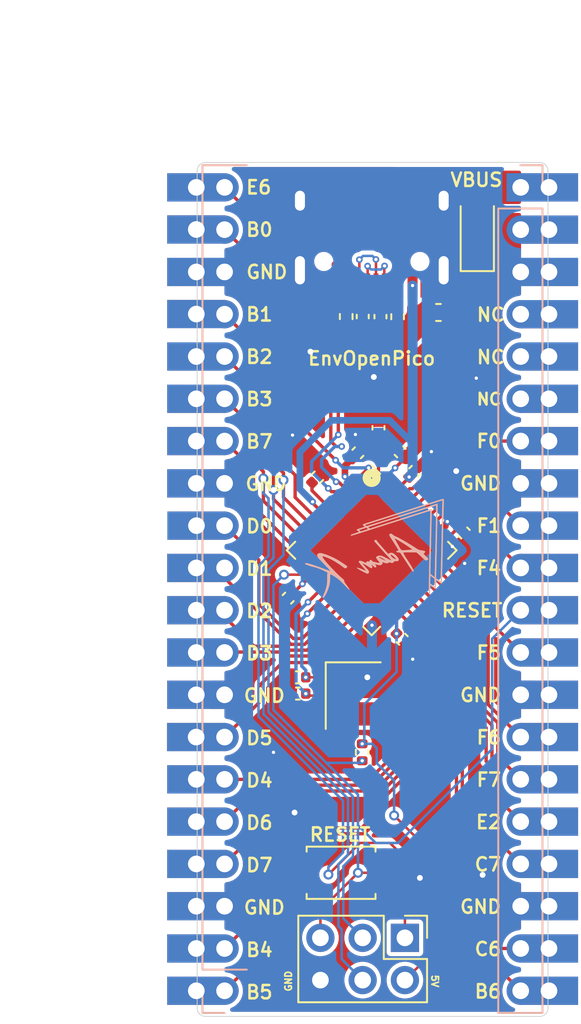
<source format=kicad_pcb>
(kicad_pcb (version 20171130) (host pcbnew "(5.1.10)-1")
  (title_block (title "RP2040 Minimal Design Example") (date 2020-07-13) (rev REV1) (company "Raspberry Pi (Trading) Ltd"))
  (layers (0 F.Cu signal) (31 B.Cu signal) (34 B.Paste user) (35 F.Paste user) (36 B.SilkS user) (37 F.SilkS user) (38 B.Mask user) (39 F.Mask user) (44 Edge.Cuts user))
  (net 0 "")
  (net 1 GND)
  (net 2 VBUS)
  (net 3 /GPIO15)
  (net 4 /GPIO14)
  (net 5 /GPIO13)
  (net 6 /GPIO12)
  (net 7 /GPIO11)
  (net 8 /GPIO10)
  (net 9 /GPIO9)
  (net 10 /GPIO8)
  (net 11 /GPIO7)
  (net 12 /GPIO6)
  (net 13 /GPIO5)
  (net 14 /GPIO1)
  (net 15 /GPIO0)
  (net 16 /GPIO28_ADC2)
  (net 17 /GPIO27_ADC1)
  (net 18 /GPIO26_ADC0)
  (net 19 /GPIO22)
  (net 20 /GPIO21)
  (net 21 /GPIO20)
  (net 22 /GPIO19)
  (net 23 /GPIO18)
  (net 24 /GPIO17)
  (net 25 /GPIO16)
  (net 26 "Net-(R3-Pad2)")
  (net 27 "Net-(R4-Pad2)")
  (net 28 "Net-(R6-Pad2)")
  (net 29 "Net-(R5-Pad2)")
  (net 30 3V3_EN)
  (net 31 USB_D+)
  (net 32 USB_D-)
  (net 33 /ADC_VREF)
  (net 34 VSYS)
  (net 35 +3V3)
  (net 36 "Net-(C4-Pad1)")
  (net 37 XTAL1)
  (net 38 XTAL2)
  (net 39 "Net-(e1-Pad3)")
  (net 40 "Net-(e1-Pad9)")
  (net 41 RUN-RESET)
  (net 42 GPIO3-mosi)
  (net 43 GPIO2-SCK)
  (net 44 GPIO4-miso)
  (module Connector_PinHeader_2.54mm:PinHeader_2x03_P2.54mm_Vertical (layer F.Cu) (at 105.59 103.805 270)
    (fp_text reference ISP1)
    (fp_text value AVR-ISP-6)
    (pad 6 thru_hole oval (at 2.54 5.08 270) (size 1.7 1.7) (drill 1) (layers *.Cu *.Mask) (net 1 GND))
    (pad 5 thru_hole oval (at 0 5.08 270) (size 1.7 1.7) (drill 1) (layers *.Cu *.Mask) (net 41 RUN-RESET))
    (pad 4 thru_hole oval (at 2.54 2.54 270) (size 1.7 1.7) (drill 1) (layers *.Cu *.Mask) (net 42 GPIO3-mosi))
    (pad 3 thru_hole oval (at 0 2.54 270) (size 1.7 1.7) (drill 1) (layers *.Cu *.Mask) (net 43 GPIO2-SCK))
    (pad 2 thru_hole oval (at 2.54 0 270) (size 1.7 1.7) (drill 1) (layers *.Cu *.Mask) (net 34 VSYS))
    (pad 1 thru_hole rect (at 0 0 270) (size 1.7 1.7) (drill 1) (layers *.Cu *.Mask) (net 44 GPIO4-miso))
  )
  (module Diode_SMD:D_SOD-123 (layer F.Cu) (at 109.94 61.505 90)
    (fp_text reference D1)
    (fp_text value 1n40002)
    (pad 2 smd rect (at 1.65 0 90) (size 0.9 1.2) (layers F.Cu F.Paste F.Mask) (net 2 VBUS))
    (pad 1 smd rect (at -1.65 0 90) (size 0.9 1.2) (layers F.Cu F.Paste F.Mask) (net 34 VSYS))
  )
  (module Crystal:Crystal_SMD_3225-4Pin_3.2x2.5mm (layer F.Cu) (at 102.48 89.255 270)
    (fp_text reference Y1)
    (fp_text value "8MHz 3225_4p crystal")
    (pad 4 smd rect (at -1.1 -0.85 270) (size 1.4 1.2) (layers F.Cu F.Paste F.Mask) (net 1 GND))
    (pad 3 smd rect (at 1.1 -0.85 270) (size 1.4 1.2) (layers F.Cu F.Paste F.Mask) (net 38 XTAL2))
    (pad 2 smd rect (at 1.1 0.85 270) (size 1.4 1.2) (layers F.Cu F.Paste F.Mask) (net 1 GND))
    (pad 1 smd rect (at -1.1 0.85 270) (size 1.4 1.2) (layers F.Cu F.Paste F.Mask) (net 37 XTAL1))
  )
  (module Capacitor_SMD:C_0402_1005Metric (layer F.Cu) (at 99.15 89.135)
    (fp_text reference C7)
    (fp_text value "22pF 0402")
    (pad 2 smd roundrect (at 0.48 0) (size 0.56 0.62) (layers F.Cu F.Paste F.Mask) (net 38 XTAL2))
    (pad 1 smd roundrect (at -0.48 0) (size 0.56 0.62) (layers F.Cu F.Paste F.Mask) (net 1 GND))
  )
  (module Capacitor_SMD:C_0402_1005Metric (layer F.Cu) (at 99.15 88.155)
    (fp_text reference C2)
    (fp_text value "22pF 0402")
    (pad 2 smd roundrect (at 0.48 0) (size 0.56 0.62) (layers F.Cu F.Paste F.Mask) (net 37 XTAL1))
    (pad 1 smd roundrect (at -0.48 0) (size 0.56 0.62) (layers F.Cu F.Paste F.Mask) (net 1 GND))
  )
  (module Resistor_SMD:R_0402_1005Metric (layer F.Cu) (at 103.022 92.66 270)
    (fp_text reference R1)
    (fp_text value "10K 0402")
    (pad 2 smd roundrect (at 0.51 0 270) (size 0.54 0.64) (layers F.Cu F.Paste F.Mask) (net 41 RUN-RESET))
    (pad 1 smd roundrect (at -0.51 0 270) (size 0.54 0.64) (layers F.Cu F.Paste F.Mask) (net 34 VSYS))
  )
  (module Button_Switch_SMD:SW_Push_SPST_NO_Alps_SKRK (layer F.Cu) (at 101.752 99.897)
    (fp_text reference RSW1)
    (fp_text value SKRK)
    (pad 1 smd roundrect (at -2.1 0) (size 0.8 2) (layers F.Cu F.Paste F.Mask) (net 1 GND))
    (pad 2 smd roundrect (at 2.1 0) (size 0.8 2) (layers F.Cu F.Paste F.Mask) (net 41 RUN-RESET))
  )
  (module Capacitor_SMD:C_0402_1005Metric (layer F.Cu) (at 105.305 74.612 135)
    (fp_text reference C6)
    (fp_text value "100nf 0402")
    (pad 2 smd roundrect (at 0.48 0 135) (size 0.56 0.62) (layers F.Cu F.Paste F.Mask) (net 1 GND))
    (pad 1 smd roundrect (at -0.48 0 135) (size 0.56 0.62) (layers F.Cu F.Paste F.Mask) (net 34 VSYS))
  )
  (module Capacitor_SMD:C_0402_1005Metric (layer F.Cu) (at 102.762 74.67 45)
    (fp_text reference C5)
    (fp_text value "100nf 0402")
    (pad 2 smd roundrect (at 0.48 0 45) (size 0.56 0.62) (layers F.Cu F.Paste F.Mask) (net 1 GND))
    (pad 1 smd roundrect (at -0.48 0 45) (size 0.56 0.62) (layers F.Cu F.Paste F.Mask) (net 34 VSYS))
  )
  (module Capacitor_SMD:C_0402_1005Metric (layer F.Cu) (at 98.571 83.398 225)
    (fp_text reference C13)
    (fp_text value "100nf 0402")
    (pad 2 smd roundrect (at 0.48 0 225) (size 0.56 0.62) (layers F.Cu F.Paste F.Mask) (net 1 GND))
    (pad 1 smd roundrect (at -0.48 0 225) (size 0.56 0.62) (layers F.Cu F.Paste F.Mask) (net 34 VSYS))
  )
  (module Capacitor_SMD:C_0402_1005Metric (layer F.Cu) (at 109.155 79.484 315)
    (fp_text reference C11)
    (fp_text value "100nf 0402")
    (pad 2 smd roundrect (at 0.48 0 315) (size 0.56 0.62) (layers F.Cu F.Paste F.Mask) (net 1 GND))
    (pad 1 smd roundrect (at -0.48 0 315) (size 0.56 0.62) (layers F.Cu F.Paste F.Mask) (net 34 VSYS))
  )
  (module Capacitor_SMD:C_0402_1005Metric (layer F.Cu) (at 104 73.165 90)
    (fp_text reference C10)
    (fp_text value "1uf 0402")
    (pad 2 smd roundrect (at 0.48 0 90) (size 0.56 0.62) (layers F.Cu F.Paste F.Mask) (net 1 GND))
    (pad 1 smd roundrect (at -0.48 0 90) (size 0.56 0.62) (layers F.Cu F.Paste F.Mask) (net 34 VSYS))
  )
  (module Capacitor_SMD:C_0402_1005Metric (layer F.Cu) (at 105.426411 85.868411 315)
    (fp_text reference C8)
    (fp_text value "100nf 0402")
    (pad 2 smd roundrect (at 0.48 0 315) (size 0.56 0.62) (layers F.Cu F.Paste F.Mask) (net 1 GND))
    (pad 1 smd roundrect (at -0.48 0 315) (size 0.56 0.62) (layers F.Cu F.Paste F.Mask) (net 34 VSYS))
  )
  (module Capacitor_SMD:C_0402_1005Metric (layer F.Cu) (at 100.344 76.122 45)
    (fp_text reference C4)
    (fp_text value "1uF 0402")
    (pad 2 smd roundrect (at 0.48 0 45) (size 0.56 0.62) (layers F.Cu F.Paste F.Mask) (net 1 GND))
    (pad 1 smd roundrect (at -0.48 0 45) (size 0.56 0.62) (layers F.Cu F.Paste F.Mask) (net 36 "Net-(C4-Pad1)"))
  )
  (module Capacitor_SMD:C_0402_1005Metric (layer F.Cu) (at 106.182 75.782 45)
    (fp_text reference C3)
    (fp_text value "1uf 0402")
    (pad 2 smd roundrect (at 0.48 0 45) (size 0.56 0.62) (layers F.Cu F.Paste F.Mask) (net 1 GND))
    (pad 1 smd roundrect (at -0.48 0 45) (size 0.56 0.62) (layers F.Cu F.Paste F.Mask) (net 2 VBUS))
  )
  (module Capacitor_SMD:C_0603_1608Metric (layer F.Cu) (at 107.605 66.239 180)
    (fp_text reference C1)
    (fp_text value "10uf 0603 6.3V")
    (pad 2 smd roundrect (at 0.775 0 180) (size 0.9 0.95) (layers F.Cu F.Paste F.Mask) (net 1 GND))
    (pad 1 smd roundrect (at -0.775 0 180) (size 0.9 0.95) (layers F.Cu F.Paste F.Mask) (net 34 VSYS))
  )
  (module Capacitor_SMD:C_0402_1005Metric (layer F.Cu) (at 104.119 66.491 270)
    (fp_text reference R3)
    (fp_text value " 22Ohm  0402 Resistor")
    (pad 2 smd roundrect (at 0.48 0 270) (size 0.56 0.62) (layers F.Cu F.Paste F.Mask) (net 26 "Net-(R3-Pad2)"))
    (pad 1 smd roundrect (at -0.48 0 270) (size 0.56 0.62) (layers F.Cu F.Paste F.Mask) (net 31 USB_D+))
  )
  (module Resistor_SMD:R_0402_1005Metric (layer F.Cu) (at 102.06 66.485 90)
    (fp_text reference R6)
    (fp_text value 5.1K)
    (pad 2 smd roundrect (at 0.51 0 90) (size 0.54 0.64) (layers F.Cu F.Paste F.Mask) (net 28 "Net-(R6-Pad2)"))
    (pad 1 smd roundrect (at -0.51 0 90) (size 0.54 0.64) (layers F.Cu F.Paste F.Mask) (net 1 GND))
  )
  (module Resistor_SMD:R_0402_1005Metric (layer F.Cu) (at 105.15 66.495 90)
    (fp_text reference R5)
    (fp_text value 5.1K)
    (pad 2 smd roundrect (at 0.51 0 90) (size 0.54 0.64) (layers F.Cu F.Paste F.Mask) (net 29 "Net-(R5-Pad2)"))
    (pad 1 smd roundrect (at -0.51 0 90) (size 0.54 0.64) (layers F.Cu F.Paste F.Mask) (net 1 GND))
  )
  (module Capacitor_SMD:C_0402_1005Metric (layer F.Cu) (at 103.054 66.484 270)
    (fp_text reference R4)
    (fp_text value "22Ohm 0402 Resistor")
    (pad 2 smd roundrect (at 0.48 0 270) (size 0.56 0.62) (layers F.Cu F.Paste F.Mask) (net 27 "Net-(R4-Pad2)"))
    (pad 1 smd roundrect (at -0.48 0 270) (size 0.56 0.62) (layers F.Cu F.Paste F.Mask) (net 32 USB_D-))
  )
  (module Package_DFN_QFN:QFN-44-1EP_7x7mm_P0.5mm_EP5.2x5.2mm (layer F.Cu) (at 103.59 80.525 315)
    (fp_text reference U1)
    (fp_text value ATmega32U4-MU)
    (pad 45 smd rect (at 0 0 315) (size 5.2 5.2) (layers F.Cu F.Mask) (net 1 GND))
    (pad 44 smd roundrect (at -2.5 -3.3375 315) (size 0.25 1.075) (layers F.Cu F.Paste F.Mask) (net 34 VSYS))
    (pad 43 smd roundrect (at -2 -3.3375 315) (size 0.25 1.075) (layers F.Cu F.Paste F.Mask) (net 1 GND))
    (pad 42 smd roundrect (at -1.5 -3.3375 315) (size 0.25 1.075) (layers F.Cu F.Paste F.Mask) (net 2 VBUS))
    (pad 41 smd roundrect (at -1 -3.3375 315) (size 0.25 1.075) (layers F.Cu F.Paste F.Mask) (net 16 /GPIO28_ADC2))
    (pad 40 smd roundrect (at -0.5 -3.3375 315) (size 0.25 1.075) (layers F.Cu F.Paste F.Mask) (net 17 /GPIO27_ADC1))
    (pad 39 smd roundrect (at 0 -3.3375 315) (size 0.25 1.075) (layers F.Cu F.Paste F.Mask) (net 18 /GPIO26_ADC0))
    (pad 38 smd roundrect (at 0.5 -3.3375 315) (size 0.25 1.075) (layers F.Cu F.Paste F.Mask) (net 19 /GPIO22))
    (pad 37 smd roundrect (at 1 -3.3375 315) (size 0.25 1.075) (layers F.Cu F.Paste F.Mask) (net 20 /GPIO21))
    (pad 36 smd roundrect (at 1.5 -3.3375 315) (size 0.25 1.075) (layers F.Cu F.Paste F.Mask) (net 21 /GPIO20))
    (pad 35 smd roundrect (at 2 -3.3375 315) (size 0.25 1.075) (layers F.Cu F.Paste F.Mask) (net 1 GND))
    (pad 34 smd roundrect (at 2.5 -3.3375 315) (size 0.25 1.075) (layers F.Cu F.Paste F.Mask) (net 34 VSYS))
    (pad 33 smd roundrect (at 3.3375 -2.5 315) (size 1.075 0.25) (layers F.Cu F.Paste F.Mask) (net 22 /GPIO19))
    (pad 32 smd roundrect (at 3.3375 -2 315) (size 1.075 0.25) (layers F.Cu F.Paste F.Mask) (net 23 /GPIO18))
    (pad 31 smd roundrect (at 3.3375 -1.5 315) (size 1.075 0.25) (layers F.Cu F.Paste F.Mask) (net 24 /GPIO17))
    (pad 30 smd roundrect (at 3.3375 -1 315) (size 1.075 0.25) (layers F.Cu F.Paste F.Mask) (net 25 /GPIO16))
    (pad 29 smd roundrect (at 3.3375 -0.5 315) (size 1.075 0.25) (layers F.Cu F.Paste F.Mask) (net 3 /GPIO15))
    (pad 28 smd roundrect (at 3.3375 0 315) (size 1.075 0.25) (layers F.Cu F.Paste F.Mask) (net 4 /GPIO14))
    (pad 27 smd roundrect (at 3.3375 0.5 315) (size 1.075 0.25) (layers F.Cu F.Paste F.Mask) (net 5 /GPIO13))
    (pad 26 smd roundrect (at 3.3375 1 315) (size 1.075 0.25) (layers F.Cu F.Paste F.Mask) (net 6 /GPIO12))
    (pad 25 smd roundrect (at 3.3375 1.5 315) (size 1.075 0.25) (layers F.Cu F.Paste F.Mask) (net 7 /GPIO11))
    (pad 24 smd roundrect (at 3.3375 2 315) (size 1.075 0.25) (layers F.Cu F.Paste F.Mask) (net 34 VSYS))
    (pad 23 smd roundrect (at 3.3375 2.5 315) (size 1.075 0.25) (layers F.Cu F.Paste F.Mask) (net 1 GND))
    (pad 22 smd roundrect (at 2.5 3.3375 315) (size 0.25 1.075) (layers F.Cu F.Paste F.Mask) (net 8 /GPIO10))
    (pad 21 smd roundrect (at 2 3.3375 315) (size 0.25 1.075) (layers F.Cu F.Paste F.Mask) (net 9 /GPIO9))
    (pad 20 smd roundrect (at 1.5 3.3375 315) (size 0.25 1.075) (layers F.Cu F.Paste F.Mask) (net 10 /GPIO8))
    (pad 19 smd roundrect (at 1 3.3375 315) (size 0.25 1.075) (layers F.Cu F.Paste F.Mask) (net 11 /GPIO7))
    (pad 18 smd roundrect (at 0.5 3.3375 315) (size 0.25 1.075) (layers F.Cu F.Paste F.Mask) (net 12 /GPIO6))
    (pad 17 smd roundrect (at 0 3.3375 315) (size 0.25 1.075) (layers F.Cu F.Paste F.Mask) (net 37 XTAL1))
    (pad 16 smd roundrect (at -0.5 3.3375 315) (size 0.25 1.075) (layers F.Cu F.Paste F.Mask) (net 38 XTAL2))
    (pad 15 smd roundrect (at -1 3.3375 315) (size 0.25 1.075) (layers F.Cu F.Paste F.Mask) (net 1 GND))
    (pad 14 smd roundrect (at -1.5 3.3375 315) (size 0.25 1.075) (layers F.Cu F.Paste F.Mask) (net 34 VSYS))
    (pad 13 smd roundrect (at -2 3.3375 315) (size 0.25 1.075) (layers F.Cu F.Paste F.Mask) (net 41 RUN-RESET))
    (pad 12 smd roundrect (at -2.5 3.3375 315) (size 0.25 1.075) (layers F.Cu F.Paste F.Mask) (net 13 /GPIO5))
    (pad 11 smd roundrect (at -3.3375 2.5 315) (size 1.075 0.25) (layers F.Cu F.Paste F.Mask) (net 44 GPIO4-miso))
    (pad 10 smd roundrect (at -3.3375 2 315) (size 1.075 0.25) (layers F.Cu F.Paste F.Mask) (net 42 GPIO3-mosi))
    (pad 9 smd roundrect (at -3.3375 1.5 315) (size 1.075 0.25) (layers F.Cu F.Paste F.Mask) (net 43 GPIO2-SCK))
    (pad 8 smd roundrect (at -3.3375 1 315) (size 1.075 0.25) (layers F.Cu F.Paste F.Mask) (net 14 /GPIO1))
    (pad 7 smd roundrect (at -3.3375 0.5 315) (size 1.075 0.25) (layers F.Cu F.Paste F.Mask) (net 2 VBUS))
    (pad 6 smd roundrect (at -3.3375 0 315) (size 1.075 0.25) (layers F.Cu F.Paste F.Mask) (net 36 "Net-(C4-Pad1)"))
    (pad 5 smd roundrect (at -3.3375 -0.5 315) (size 1.075 0.25) (layers F.Cu F.Paste F.Mask) (net 1 GND))
    (pad 4 smd roundrect (at -3.3375 -1 315) (size 1.075 0.25) (layers F.Cu F.Paste F.Mask) (net 26 "Net-(R3-Pad2)"))
    (pad 3 smd roundrect (at -3.3375 -1.5 315) (size 1.075 0.25) (layers F.Cu F.Paste F.Mask) (net 27 "Net-(R4-Pad2)"))
    (pad 2 smd roundrect (at -3.3375 -2 315) (size 1.075 0.25) (layers F.Cu F.Paste F.Mask) (net 34 VSYS))
    (pad 1 smd roundrect (at -3.3375 -2.5 315) (size 1.075 0.25) (layers F.Cu F.Paste F.Mask) (net 15 /GPIO0))
  )
  (module EnvExtras:logo (layer B.Cu) (at 103.69764 80.525 180)
    (fp_text reference G*** hide)
    (fp_text value LOGO hide)
  )
  (module Connector_PinHeader_2.54mm:PinHeader_1x20_P2.54mm_Vertical (layer B.Cu) (at 112.53 58.725 180)
    (fp_text reference J4)
    (fp_text value "2.54mm header 01x20")
    (pad 20 thru_hole oval (at -0.02 -48.26 180) (size 1.7 1.7) (drill 1) (layers *.Cu *.Mask) (net 25 /GPIO16))
    (pad 19 thru_hole oval (at -0.02 -45.72 180) (size 1.7 1.7) (drill 1) (layers *.Cu *.Mask) (net 24 /GPIO17))
    (pad 18 thru_hole rect (at -0.02 -43.18 180) (size 1.7 1.7) (drill 1) (layers *.Cu *.Mask) (net 1 GND))
    (pad 17 thru_hole oval (at -0.02 -40.64 180) (size 1.7 1.7) (drill 1) (layers *.Cu *.Mask) (net 23 /GPIO18))
    (pad 16 thru_hole oval (at -0.02 -38.1 180) (size 1.7 1.7) (drill 1) (layers *.Cu *.Mask) (net 22 /GPIO19))
    (pad 15 thru_hole oval (at -0.02 -35.56 180) (size 1.7 1.7) (drill 1) (layers *.Cu *.Mask) (net 21 /GPIO20))
    (pad 14 thru_hole oval (at -0.02 -33.02 180) (size 1.7 1.7) (drill 1) (layers *.Cu *.Mask) (net 20 /GPIO21))
    (pad 13 thru_hole rect (at -0.02 -30.48 180) (size 1.7 1.7) (drill 1) (layers *.Cu *.Mask) (net 1 GND))
    (pad 12 thru_hole oval (at -0.02 -27.94 180) (size 1.7 1.7) (drill 1) (layers *.Cu *.Mask) (net 19 /GPIO22))
    (pad 11 thru_hole oval (at -0.02 -25.4 180) (size 1.7 1.7) (drill 1) (layers *.Cu *.Mask) (net 41 RUN-RESET))
    (pad 10 thru_hole oval (at -0.02 -22.86 180) (size 1.7 1.7) (drill 1) (layers *.Cu *.Mask) (net 18 /GPIO26_ADC0))
    (pad 9 thru_hole oval (at -0.02 -20.32 180) (size 1.7 1.7) (drill 1) (layers *.Cu *.Mask) (net 17 /GPIO27_ADC1))
    (pad 8 thru_hole rect (at -0.02 -17.78 180) (size 1.7 1.7) (drill 1) (layers *.Cu *.Mask) (net 1 GND))
    (pad 7 thru_hole oval (at -0.02 -15.24 180) (size 1.7 1.7) (drill 1) (layers *.Cu *.Mask) (net 16 /GPIO28_ADC2))
    (pad 6 thru_hole oval (at -0.02 -12.7 180) (size 1.7 1.7) (drill 1) (layers *.Cu *.Mask) (net 33 /ADC_VREF))
    (pad 5 thru_hole oval (at -0.02 -10.16 180) (size 1.7 1.7) (drill 1) (layers *.Cu *.Mask) (net 35 +3V3))
    (pad 4 thru_hole oval (at -0.02 -7.62 180) (size 1.7 1.7) (drill 1) (layers *.Cu *.Mask) (net 30 3V3_EN))
    (pad 3 thru_hole rect (at -0.02 -5.08 180) (size 1.7 1.7) (drill 1) (layers *.Cu *.Mask) (net 1 GND))
    (pad 2 thru_hole oval (at -0.02 -2.54 180) (size 1.7 1.7) (drill 1) (layers *.Cu *.Mask) (net 34 VSYS))
    (pad 1 thru_hole rect (at -0.02 0 180) (size 1.7 1.7) (drill 1) (layers *.Cu *.Mask) (net 2 VBUS))
    (pad 17 thru_hole rect (at -1.72 -40.64 180) (size 3.5 1.7) (drill 1) (layers *.Cu *.Mask) (net 23 /GPIO18))
    (pad 18 thru_hole rect (at -1.72 -43.18 180) (size 3.5 1.7) (drill 1) (layers *.Cu *.Mask) (net 1 GND))
    (pad 16 thru_hole rect (at -1.72 -38.1 180) (size 3.5 1.7) (drill 1) (layers *.Cu *.Mask) (net 22 /GPIO19))
    (pad 19 thru_hole rect (at -1.72 -45.72 180) (size 3.5 1.7) (drill 1) (layers *.Cu *.Mask) (net 24 /GPIO17))
    (pad 15 thru_hole rect (at -1.72 -35.56 180) (size 3.5 1.7) (drill 1) (layers *.Cu *.Mask) (net 21 /GPIO20))
    (pad 20 thru_hole rect (at -1.72 -48.26 180) (size 3.5 1.7) (drill 1) (layers *.Cu *.Mask) (net 25 /GPIO16))
    (pad 12 thru_hole rect (at -1.72 -27.94 180) (size 3.5 1.7) (drill 1) (layers *.Cu *.Mask) (net 19 /GPIO22))
    (pad 14 thru_hole rect (at -1.72 -33.02 180) (size 3.5 1.7) (drill 1) (layers *.Cu *.Mask) (net 20 /GPIO21))
    (pad 11 thru_hole rect (at -1.72 -25.4 180) (size 3.5 1.7) (drill 1) (layers *.Cu *.Mask) (net 41 RUN-RESET))
    (pad 7 thru_hole rect (at -1.72 -15.24 180) (size 3.5 1.7) (drill 1) (layers *.Cu *.Mask) (net 16 /GPIO28_ADC2))
    (pad 6 thru_hole rect (at -1.72 -12.7 180) (size 3.5 1.7) (drill 1) (layers *.Cu *.Mask) (net 33 /ADC_VREF))
    (pad 5 thru_hole rect (at -1.72 -10.16 180) (size 3.5 1.7) (drill 1) (layers *.Cu *.Mask) (net 35 +3V3))
    (pad 2 thru_hole rect (at -1.72 -2.54 180) (size 3.5 1.7) (drill 1) (layers *.Cu *.Mask) (net 34 VSYS))
    (pad 13 thru_hole rect (at -1.72 -30.48 180) (size 3.5 1.7) (drill 1) (layers *.Cu *.Mask) (net 1 GND))
    (pad 8 thru_hole rect (at -1.72 -17.78 180) (size 3.5 1.7) (drill 1) (layers *.Cu *.Mask) (net 1 GND))
    (pad 3 thru_hole rect (at -1.72 -5.08 180) (size 3.5 1.7) (drill 1) (layers *.Cu *.Mask) (net 1 GND))
    (pad 1 thru_hole rect (at -1.72 0 180) (size 3.5 1.7) (drill 1) (layers *.Cu *.Mask) (net 2 VBUS))
    (pad 9 thru_hole rect (at -1.72 -20.32 180) (size 3.5 1.7) (drill 1) (layers *.Cu *.Mask) (net 17 /GPIO27_ADC1))
    (pad 4 thru_hole rect (at -1.72 -7.62 180) (size 3.5 1.7) (drill 1) (layers *.Cu *.Mask) (net 30 3V3_EN))
    (pad 10 thru_hole rect (at -1.72 -22.86 180) (size 3.5 1.7) (drill 1) (layers *.Cu *.Mask) (net 18 /GPIO26_ADC0))
  )
  (module Connector_PinHeader_2.54mm:PinHeader_1x20_P2.54mm_Vertical (layer B.Cu) (at 94.75 106.985)
    (fp_text reference J3 hide)
    (fp_text value "2.54mm header 01x20")
    (pad 20 thru_hole oval (at 0 -48.26) (size 1.7 1.7) (drill 1) (layers *.Cu *.Mask) (net 15 /GPIO0))
    (pad 19 thru_hole oval (at 0 -45.72) (size 1.7 1.7) (drill 1) (layers *.Cu *.Mask) (net 14 /GPIO1))
    (pad 18 thru_hole rect (at 0 -43.18) (size 1.7 1.7) (drill 1) (layers *.Cu *.Mask) (net 1 GND))
    (pad 17 thru_hole oval (at 0 -40.64) (size 1.7 1.7) (drill 1) (layers *.Cu *.Mask) (net 43 GPIO2-SCK))
    (pad 16 thru_hole oval (at 0 -38.1) (size 1.7 1.7) (drill 1) (layers *.Cu *.Mask) (net 42 GPIO3-mosi))
    (pad 15 thru_hole oval (at 0 -35.56) (size 1.7 1.7) (drill 1) (layers *.Cu *.Mask) (net 44 GPIO4-miso))
    (pad 14 thru_hole oval (at 0 -33.02) (size 1.7 1.7) (drill 1) (layers *.Cu *.Mask) (net 13 /GPIO5))
    (pad 13 thru_hole rect (at 0 -30.48) (size 1.7 1.7) (drill 1) (layers *.Cu *.Mask) (net 1 GND))
    (pad 12 thru_hole oval (at 0 -27.94) (size 1.7 1.7) (drill 1) (layers *.Cu *.Mask) (net 12 /GPIO6))
    (pad 11 thru_hole oval (at 0 -25.4) (size 1.7 1.7) (drill 1) (layers *.Cu *.Mask) (net 11 /GPIO7))
    (pad 10 thru_hole oval (at 0 -22.86) (size 1.7 1.7) (drill 1) (layers *.Cu *.Mask) (net 10 /GPIO8))
    (pad 9 thru_hole oval (at 0 -20.32) (size 1.7 1.7) (drill 1) (layers *.Cu *.Mask) (net 9 /GPIO9))
    (pad 8 thru_hole rect (at 0 -17.78) (size 1.7 1.7) (drill 1) (layers *.Cu *.Mask) (net 1 GND))
    (pad 7 thru_hole oval (at 0 -15.24) (size 1.7 1.7) (drill 1) (layers *.Cu *.Mask) (net 8 /GPIO10))
    (pad 6 thru_hole oval (at 0 -12.7) (size 1.7 1.7) (drill 1) (layers *.Cu *.Mask) (net 7 /GPIO11))
    (pad 5 thru_hole oval (at 0 -10.16) (size 1.7 1.7) (drill 1) (layers *.Cu *.Mask) (net 6 /GPIO12))
    (pad 4 thru_hole oval (at 0 -7.62) (size 1.7 1.7) (drill 1) (layers *.Cu *.Mask) (net 5 /GPIO13))
    (pad 3 thru_hole rect (at 0 -5.08) (size 1.7 1.7) (drill 1) (layers *.Cu *.Mask) (net 1 GND))
    (pad 2 thru_hole oval (at 0 -2.54) (size 1.7 1.7) (drill 1) (layers *.Cu *.Mask) (net 4 /GPIO14))
    (pad 1 thru_hole circle (at 0 0) (size 1.7 1.7) (drill 1) (layers *.Cu *.Mask) (net 3 /GPIO15))
    (pad 2 thru_hole rect (at -1.7 -2.54) (size 3.5 1.7) (drill 1) (layers *.Cu *.Mask) (net 4 /GPIO14))
    (pad 14 thru_hole rect (at -1.7 -33.02) (size 3.5 1.7) (drill 1) (layers *.Cu *.Mask) (net 13 /GPIO5))
    (pad 4 thru_hole rect (at -1.7 -7.62) (size 3.5 1.7) (drill 1) (layers *.Cu *.Mask) (net 5 /GPIO13))
    (pad 6 thru_hole rect (at -1.7 -12.7) (size 3.5 1.7) (drill 1) (layers *.Cu *.Mask) (net 7 /GPIO11))
    (pad 8 thru_hole rect (at -1.7 -17.78) (size 3.5 1.7) (drill 1) (layers *.Cu *.Mask) (net 1 GND))
    (pad 9 thru_hole rect (at -1.7 -20.32) (size 3.5 1.7) (drill 1) (layers *.Cu *.Mask) (net 9 /GPIO9))
    (pad 15 thru_hole rect (at -1.7 -35.56) (size 3.5 1.7) (drill 1) (layers *.Cu *.Mask) (net 44 GPIO4-miso))
    (pad 12 thru_hole rect (at -1.69 -27.94) (size 3.5 1.7) (drill 1) (layers *.Cu *.Mask) (net 12 /GPIO6))
    (pad 16 thru_hole rect (at -1.7 -38.1) (size 3.5 1.7) (drill 1) (layers *.Cu *.Mask) (net 42 GPIO3-mosi))
    (pad 19 thru_hole rect (at -1.7 -45.73) (size 3.5 1.7) (drill 1) (layers *.Cu *.Mask) (net 14 /GPIO1))
    (pad 17 thru_hole rect (at -1.7 -40.65) (size 3.5 1.7) (drill 1) (layers *.Cu *.Mask) (net 43 GPIO2-SCK))
    (pad 7 thru_hole rect (at -1.71 -15.24) (size 3.5 1.7) (drill 1) (layers *.Cu *.Mask) (net 8 /GPIO10))
    (pad 5 thru_hole rect (at -1.7 -10.16) (size 3.5 1.7) (drill 1) (layers *.Cu *.Mask) (net 6 /GPIO12))
    (pad 11 thru_hole rect (at -1.7 -25.4) (size 3.5 1.7) (drill 1) (layers *.Cu *.Mask) (net 11 /GPIO7))
    (pad 13 thru_hole rect (at -1.7 -30.48) (size 3.5 1.7) (drill 1) (layers *.Cu *.Mask) (net 1 GND))
    (pad 1 thru_hole rect (at -1.7 0) (size 3.5 1.7) (drill 1) (layers *.Cu *.Mask) (net 3 /GPIO15))
    (pad 10 thru_hole rect (at -1.7 -22.86) (size 3.5 1.7) (drill 1) (layers *.Cu *.Mask) (net 10 /GPIO8))
    (pad 18 thru_hole rect (at -1.7 -43.18) (size 3.5 1.7) (drill 1) (layers *.Cu *.Mask) (net 1 GND))
    (pad 3 thru_hole rect (at -1.7 -5.08) (size 3.5 1.7) (drill 1) (layers *.Cu *.Mask) (net 1 GND))
    (pad 20 thru_hole rect (at -1.7 -48.26) (size 3.5 1.7) (drill 1) (layers *.Cu *.Mask) (net 15 /GPIO0))
  )
  (module HRO-TYPE-C31-M-12:HRO-TYPE-C-31-M-12 (layer F.Cu) (at 103.6 56.925 180)
    (fp_text reference e1)
    (fp_text value TYPE-C-31-M-12)
    (pad 12 smd rect (at 3.225 -7.695 180) (size 0.6 1.45) (layers F.Cu F.Paste F.Mask) (net 1 GND))
    (pad 1 smd rect (at -3.225 -7.695 180) (size 0.6 1.45) (layers F.Cu F.Paste F.Mask) (net 1 GND))
    (pad 11 smd rect (at 2.45 -7.695 180) (size 0.6 1.45) (layers F.Cu F.Paste F.Mask) (net 2 VBUS))
    (pad 2 smd rect (at -2.45 -7.695 180) (size 0.6 1.45) (layers F.Cu F.Paste F.Mask) (net 2 VBUS))
    (pad 3 smd rect (at -1.75 -7.695 180) (size 0.3 1.45) (layers F.Cu F.Paste F.Mask) (net 39 "Net-(e1-Pad3)"))
    (pad 10 smd rect (at 1.75 -7.695 180) (size 0.3 1.45) (layers F.Cu F.Paste F.Mask) (net 28 "Net-(R6-Pad2)"))
    (pad 4 smd rect (at -1.25 -7.695 180) (size 0.3 1.45) (layers F.Cu F.Paste F.Mask) (net 29 "Net-(R5-Pad2)"))
    (pad 9 smd rect (at 1.25 -7.695 180) (size 0.3 1.45) (layers F.Cu F.Paste F.Mask) (net 40 "Net-(e1-Pad9)"))
    (pad 5 smd rect (at -0.75 -7.695 180) (size 0.3 1.45) (layers F.Cu F.Paste F.Mask) (net 32 USB_D-))
    (pad 8 smd rect (at 0.75 -7.695 180) (size 0.3 1.45) (layers F.Cu F.Paste F.Mask) (net 31 USB_D+))
    (pad 7 smd rect (at 0.25 -7.695 180) (size 0.3 1.45) (layers F.Cu F.Paste F.Mask) (net 32 USB_D-))
    (pad 6 smd rect (at -0.25 -7.695 180) (size 0.3 1.45) (layers F.Cu F.Paste F.Mask) (net 31 USB_D+))
    (pad "" np_thru_hole circle (at 2.89 -6.25 180) (size 0.65 0.65) (drill 0.65) (layers *.Cu *.Mask))
    (pad "" np_thru_hole circle (at -2.89 -6.25 180) (size 0.65 0.65) (drill 0.65) (layers *.Cu *.Mask))
    (pad 13 thru_hole oval (at -4.32 -6.78 180) (size 1 2.1) (drill oval 0.6 1.7) (layers *.Cu B.Mask) (net 1 GND))
    (pad 13 thru_hole oval (at 4.32 -6.78 180) (size 1 2.1) (drill oval 0.6 1.7) (layers *.Cu B.Mask) (net 1 GND))
    (pad 13 thru_hole oval (at -4.32 -2.6 180) (size 1 1.6) (drill oval 0.6 1.2) (layers *.Cu B.Mask) (net 1 GND))
    (pad 13 thru_hole oval (at 4.32 -2.6 180) (size 1 1.6) (drill oval 0.6 1.2) (layers *.Cu B.Mask) (net 1 GND))
  )
  (gr_text 5V (at 107.39 106.405 -90) (layer F.SilkS) (effects (font (size 0.4 0.4) (thickness 0.1))))
  (gr_text "GND\n" (at 98.59 106.405 90) (layer F.SilkS) (effects (font (size 0.4 0.4) (thickness 0.1))))
  (gr_text RESET (at 101.6885 97.605) (layer F.SilkS) (effects (font (size 0.8 0.8) (thickness 0.153))))
  (gr_text NC (at 110.744381 66.375) (layer F.SilkS) (effects (font (size 0.8 0.8) (thickness 0.153))))
  (gr_text VBUS (at 109.89 58.275) (layer F.SilkS) (effects (font (size 0.8 0.8) (thickness 0.153))))
  (gr_text NC (at 110.744381 68.925) (layer F.SilkS) (effects (font (size 0.8 0.8) (thickness 0.153))))
  (gr_text NC (at 110.642 71.449) (layer F.SilkS) (effects (font (size 0.7 0.7) (thickness 0.153))))
  (gr_text RESET (at 109.626 84.139285) (layer F.SilkS) (effects (font (size 0.8 0.8) (thickness 0.153))))
  (gr_text GND (at 110.14 101.939284) (layer F.SilkS) (effects (font (size 0.8 0.8) (thickness 0.153))))
  (gr_text GND (at 110.14 89.224999) (layer F.SilkS) (effects (font (size 0.8 0.8) (thickness 0.153))))
  (gr_text GND (at 110.14 76.510714) (layer F.SilkS) (effects (font (size 0.8 0.8) (thickness 0.153))))
  (gr_text GND (at 97.29 63.814472) (layer F.SilkS) (effects (font (size 0.8 0.8) (thickness 0.153))))
  (gr_text GND (at 97.24 76.538152) (layer F.SilkS) (effects (font (size 0.8 0.8) (thickness 0.153))))
  (gr_text GND (at 97.14 89.261832) (layer F.SilkS) (effects (font (size 0.8 0.8) (thickness 0.153))))
  (gr_text GND (at 97.14 101.985512) (layer F.SilkS) (effects (font (size 0.8 0.8) (thickness 0.153))))
  (gr_text E6 (at 96.801905 58.725) (layer F.SilkS) (effects (font (size 0.8 0.8) (thickness 0.153))))
  (gr_text B0 (at 96.84 61.269736) (layer F.SilkS) (effects (font (size 0.8 0.8) (thickness 0.153))))
  (gr_text B1 (at 96.84 66.359208) (layer F.SilkS) (effects (font (size 0.8 0.8) (thickness 0.153))))
  (gr_text B2 (at 96.84 68.903944) (layer F.SilkS) (effects (font (size 0.8 0.8) (thickness 0.153))))
  (gr_text B3 (at 96.84 71.44868) (layer F.SilkS) (effects (font (size 0.8 0.8) (thickness 0.153))))
  (gr_text B7 (at 96.84 73.993416) (layer F.SilkS) (effects (font (size 0.8 0.8) (thickness 0.153))))
  (gr_text D0 (at 96.84 79.082888) (layer F.SilkS) (effects (font (size 0.8 0.8) (thickness 0.153))))
  (gr_text D1 (at 96.84 81.627624) (layer F.SilkS) (effects (font (size 0.8 0.8) (thickness 0.153))))
  (gr_text D2 (at 96.84 84.17236) (layer F.SilkS) (effects (font (size 0.8 0.8) (thickness 0.153))))
  (gr_text D3 (at 96.84 86.717096) (layer F.SilkS) (effects (font (size 0.8 0.8) (thickness 0.153))))
  (gr_text D5 (at 96.84 91.806568) (layer F.SilkS) (effects (font (size 0.8 0.8) (thickness 0.153))))
  (gr_text D4 (at 96.84 94.351304) (layer F.SilkS) (effects (font (size 0.8 0.8) (thickness 0.153))))
  (gr_text D6 (at 96.84 96.89604) (layer F.SilkS) (effects (font (size 0.8 0.8) (thickness 0.153))))
  (gr_text D7 (at 96.84 99.440776) (layer F.SilkS) (effects (font (size 0.8 0.8) (thickness 0.153))))
  (gr_text B4 (at 96.84 104.530248) (layer F.SilkS) (effects (font (size 0.8 0.8) (thickness 0.153))))
  (gr_text B5 (at 96.84 107.075) (layer F.SilkS) (effects (font (size 0.8 0.8) (thickness 0.153))))
  (gr_text B6 (at 110.578095 107.025) (layer F.SilkS) (effects (font (size 0.8 0.8) (thickness 0.153))))
  (gr_text C6 (at 110.578095 104.482141) (layer F.SilkS) (effects (font (size 0.8 0.8) (thickness 0.153))))
  (gr_text C7 (at 110.578095 99.396427) (layer F.SilkS) (effects (font (size 0.8 0.8) (thickness 0.153))))
  (gr_text E2 (at 110.616191 96.85357) (layer F.SilkS) (effects (font (size 0.8 0.8) (thickness 0.153))))
  (gr_text F7 (at 110.635238 94.310713) (layer F.SilkS) (effects (font (size 0.8 0.8) (thickness 0.153))))
  (gr_text F6 (at 110.635238 91.767856) (layer F.SilkS) (effects (font (size 0.8 0.8) (thickness 0.153))))
  (gr_text F5 (at 110.635238 86.682142) (layer F.SilkS) (effects (font (size 0.8 0.8) (thickness 0.153))))
  (gr_text F4 (at 110.635238 81.596428) (layer F.SilkS) (effects (font (size 0.8 0.8) (thickness 0.153))))
  (gr_text F1 (at 110.635238 79.053571) (layer F.SilkS) (effects (font (size 0.8 0.8) (thickness 0.153))))
  (gr_text F0 (at 110.635238 73.967857) (layer F.SilkS) (effects (font (size 0.8 0.8) (thickness 0.153))))
  (gr_circle (center 103.59 76.18) (end 103.631891 76.18) (layer F.SilkS) (width 0.5))
  (gr_arc (start 113.69 108.025) (end 113.69 108.525) (angle -90) (layer Edge.Cuts) (width 0.05))
  (gr_arc (start 93.6 108.025) (end 93.1 108.025) (angle -90) (layer Edge.Cuts) (width 0.05))
  (gr_arc (start 93.6 57.725) (end 93.6 57.225) (angle -90) (layer Edge.Cuts) (width 0.05))
  (gr_arc (start 113.69 57.725) (end 114.19 57.725) (angle -90) (layer Edge.Cuts) (width 0.05))
  (gr_text "EnvOpenPico\n" (at 103.59 69.005) (layer F.SilkS) (effects (font (size 0.8 0.8) (thickness 0.153))))
  (gr_line (start 114.19 108.025) (end 114.19 57.725) (layer Edge.Cuts) (width 0.05))
  (gr_line (start 93.6 57.225) (end 113.69 57.225) (layer Edge.Cuts) (width 0.05))
  (gr_line (start 93.1 108.025) (end 93.1 57.725) (layer Edge.Cuts) (width 0.05))
  (gr_line (start 93.6 108.525) (end 113.69 108.525) (layer Edge.Cuts) (width 0.05))
  (via (at 108.1401 78.8023) (size 0.4) (drill 0.2) (layers F.Cu B.Cu) (net 1))
  (segment (start 100.522924 82.177862) (end 100.522924 82.187076) (width 0.15) (layer F.Cu) (net 1))
  (segment (start 103.59 77.696573) (end 103.59 80.525) (width 0.2) (layer F.Cu) (net 1))
  (segment (start 104.535755 76.750818) (end 103.59 77.696573) (width 0.2) (layer F.Cu) (net 1))
  (segment (start 106.418427 80.525) (end 103.59 80.525) (width 0.2) (layer F.Cu) (net 1))
  (segment (start 107.364182 79.579245) (end 106.418427 80.525) (width 0.2) (layer F.Cu) (net 1))
  (segment (start 102.175786 80.525) (end 103.59 80.525) (width 0.2) (layer F.Cu) (net 1))
  (segment (start 100.522924 82.177862) (end 102.175786 80.525) (width 0.2) (layer F.Cu) (net 1))
  (segment (start 103.59 84.060534) (end 103.59 80.525) (width 0.2) (layer F.Cu) (net 1))
  (segment (start 104.182202 84.652736) (end 103.59 84.060534) (width 0.2) (layer F.Cu) (net 1))
  (via (at 103.61 85.025) (size 0.4) (drill 0.2) (layers F.Cu B.Cu) (net 1))
  (segment (start 103.809938 85.025) (end 104.182202 84.652736) (width 0.2) (layer F.Cu) (net 1))
  (segment (start 103.61 85.025) (end 103.809938 85.025) (width 0.2) (layer F.Cu) (net 1))
  (segment (start 106.83 64.625) (end 106.825 64.62) (width 0.2) (layer F.Cu) (net 1))
  (segment (start 106.83 66.239) (end 106.83 64.625) (width 0.2) (layer F.Cu) (net 1))
  (segment (start 103.59 79.817893) (end 103.59 80.525) (width 0.2) (layer F.Cu) (net 1))
  (segment (start 101.583585 77.811478) (end 103.59 79.817893) (width 0.2) (layer F.Cu) (net 1))
  (via (at 98.831 73.608) (size 0.4) (drill 0.2) (layers F.Cu B.Cu) (net 1))
  (via (at 107.181 74.599) (size 0.4) (drill 0.2) (layers F.Cu B.Cu) (net 1))
  (via (at 109.181 81.313) (size 0.4) (drill 0.2) (layers F.Cu B.Cu) (net 1))
  (via (at 97.69 92.661) (size 0.4) (drill 0.2) (layers F.Cu B.Cu) (net 1))
  (via (at 102.615 73.57) (size 0.4) (drill 0.2) (layers F.Cu B.Cu) (net 1))
  (via (at 106.059 87.067) (size 0.4) (drill 0.2) (layers F.Cu B.Cu) (net 1))
  (segment (start 107.364182 79.480818) (end 108.09 78.755) (width 0.15) (layer F.Cu) (net 1))
  (segment (start 107.364182 79.579245) (end 107.364182 79.480818) (width 0.15) (layer F.Cu) (net 1))
  (segment (start 109.72 79.545) (end 109.68 79.505) (width 0.3) (layer B.Cu) (net 1))
  (segment (start 109.72 81.772) (end 109.72 79.545) (width 0.3) (layer B.Cu) (net 1))
  (segment (start 109.68 81.812) (end 109.72 81.772) (width 0.3) (layer B.Cu) (net 1))
  (via (at 109.88 70.185) (size 0.4) (drill 0.2) (layers F.Cu B.Cu) (net 1))
  (segment (start 108.72 78.755) (end 108.09 78.755) (width 0.3) (layer B.Cu) (net 1))
  (segment (start 109.32 78.155) (end 108.72 78.755) (width 0.3) (layer B.Cu) (net 1))
  (segment (start 109.32 79.145) (end 109.32 78.155) (width 0.3) (layer B.Cu) (net 1))
  (segment (start 109.68 79.505) (end 109.32 79.145) (width 0.3) (layer B.Cu) (net 1))
  (segment (start 103.61 86.715) (end 103.61 86.715) (width 0.6) (layer B.Cu) (net 1))
  (via (at 108.6735 75.767) (size 0.6) (drill 0.35) (layers F.Cu B.Cu) (net 1))
  (via (at 103.7205 70.1155) (size 0.6) (drill 0.35) (layers F.Cu B.Cu) (net 1))
  (via (at 99.9105 68.5915) (size 0.6) (drill 0.35) (layers F.Cu B.Cu) (net 1))
  (via (at 110.261 100.024) (size 0.6) (drill 0.35) (layers F.Cu B.Cu) (net 1))
  (via (at 98.958 96.2775) (size 0.6) (drill 0.35) (layers F.Cu B.Cu) (net 1))
  (segment (start 109.181 81.313) (end 109.488 81.62) (width 0.15) (layer B.Cu) (net 1))
  (segment (start 109.488 81.62) (end 109.68 81.812) (width 0.15) (layer B.Cu) (net 1))
  (via (at 103.33 88.15504) (size 0.6) (drill 0.35) (layers F.Cu B.Cu) (net 1))
  (segment (start 103.61 85.025) (end 103.61 87.87504) (width 0.6) (layer B.Cu) (net 1))
  (segment (start 103.61 87.87504) (end 103.33 88.15504) (width 0.6) (layer B.Cu) (net 1))
  (via (at 106.49 100.205) (size 0.6) (drill 0.35) (layers F.Cu B.Cu) (net 1))
  (segment (start 106.05 64.62) (end 106.05 64.62) (width 0.2) (layer B.Cu) (net 2))
  (via (at 105.842575 76.121425) (size 0.4) (drill 0.2) (layers F.Cu B.Cu) (net 2))
  (segment (start 105.842575 76.151105) (end 105.842575 76.121425) (width 0.2) (layer F.Cu) (net 2))
  (segment (start 104.889309 77.104371) (end 105.842575 76.151105) (width 0.2) (layer F.Cu) (net 2))
  (via (at 100.041294 77.612706) (size 0.4) (drill 0.2) (layers F.Cu B.Cu) (net 2))
  (segment (start 100.876478 78.518585) (end 100.041294 77.683401) (width 0.2) (layer F.Cu) (net 2))
  (segment (start 100.041294 77.683401) (end 100.041294 77.612706) (width 0.2) (layer F.Cu) (net 2))
  (segment (start 106.05 75.914) (end 105.842575 76.121425) (width 0.6) (layer B.Cu) (net 2))
  (segment (start 106.05 64.62) (end 106.05 75.914) (width 0.6) (layer B.Cu) (net 2))
  (segment (start 99.2755 76.846912) (end 100.041294 77.612706) (width 0.4) (layer B.Cu) (net 2))
  (segment (start 99.2755 74.624) (end 99.2755 76.846912) (width 0.4) (layer B.Cu) (net 2))
  (segment (start 101.1805 72.719) (end 99.2755 74.624) (width 0.4) (layer B.Cu) (net 2))
  (segment (start 104.673 72.719) (end 101.1805 72.719) (width 0.4) (layer B.Cu) (net 2))
  (segment (start 106.07 74.116) (end 104.673 72.719) (width 0.4) (layer B.Cu) (net 2))
  (segment (start 106.07 75.894) (end 106.07 74.116) (width 0.4) (layer B.Cu) (net 2))
  (segment (start 105.842575 76.121425) (end 106.07 75.894) (width 0.4) (layer B.Cu) (net 2))
  (via (at 106.05 64.62) (size 0.4) (drill 0.2) (layers F.Cu B.Cu) (net 2))
  (segment (start 102.453 62.218) (end 104.363002 62.218) (width 0.3) (layer F.Cu) (net 2))
  (segment (start 104.363002 62.218) (end 106.05 63.904998) (width 0.3) (layer F.Cu) (net 2))
  (segment (start 106.05 63.904998) (end 106.05 64.62) (width 0.3) (layer F.Cu) (net 2))
  (segment (start 101.335001 63.335999) (end 102.453 62.218) (width 0.3) (layer F.Cu) (net 2))
  (segment (start 101.15 64.62) (end 101.335001 64.434999) (width 0.3) (layer F.Cu) (net 2))
  (segment (start 101.335001 64.434999) (end 101.335001 63.335999) (width 0.3) (layer F.Cu) (net 2))
  (segment (start 108.33904 91.384912) (end 103.99 95.733952) (width 0.2) (layer F.Cu) (net 3))
  (segment (start 103.99 95.733952) (end 103.99 96.705) (width 0.2) (layer F.Cu) (net 3))
  (segment (start 106.303522 82.531415) (end 108.33904 84.566933) (width 0.2) (layer F.Cu) (net 3))
  (segment (start 108.33904 84.566933) (end 108.33904 91.384912) (width 0.2) (layer F.Cu) (net 3))
  (segment (start 96.334 103.355988) (end 96.334 105.401) (width 0.2) (layer F.Cu) (net 3))
  (segment (start 103.99 96.705) (end 103.14498 97.55002) (width 0.2) (layer F.Cu) (net 3))
  (segment (start 103.14498 97.55002) (end 99.22698 97.55002) (width 0.2) (layer F.Cu) (net 3))
  (segment (start 99.22698 97.55002) (end 97.24401 99.53299) (width 0.2) (layer F.Cu) (net 3))
  (segment (start 97.24401 99.53299) (end 97.24401 102.445978) (width 0.2) (layer F.Cu) (net 3))
  (segment (start 97.24401 102.445978) (end 96.334 103.355988) (width 0.2) (layer F.Cu) (net 3))
  (segment (start 96.334 105.401) (end 94.75 106.985) (width 0.2) (layer F.Cu) (net 3))
  (segment (start 96.894 99.337) (end 96.894 102.301) (width 0.2) (layer F.Cu) (net 4))
  (segment (start 96.894 102.301) (end 94.75 104.445) (width 0.2) (layer F.Cu) (net 4))
  (segment (start 99.03099 97.20001) (end 96.894 99.337) (width 0.2) (layer F.Cu) (net 4))
  (segment (start 102.99499 97.20001) (end 99.03099 97.20001) (width 0.2) (layer F.Cu) (net 4))
  (segment (start 103.59 96.605) (end 102.99499 97.20001) (width 0.2) (layer F.Cu) (net 4))
  (segment (start 103.59 95.638964) (end 103.59 96.605) (width 0.2) (layer F.Cu) (net 4))
  (segment (start 107.98903 91.239934) (end 103.59 95.638964) (width 0.2) (layer F.Cu) (net 4))
  (segment (start 107.98903 84.92403) (end 107.98903 91.239934) (width 0.2) (layer F.Cu) (net 4))
  (segment (start 105.949969 82.884969) (end 107.98903 84.92403) (width 0.2) (layer F.Cu) (net 4))
  (segment (start 107.63902 85.281127) (end 105.596415 83.238522) (width 0.2) (layer F.Cu) (net 5))
  (segment (start 103.748957 94.985021) (end 107.639021 91.094957) (width 0.2) (layer F.Cu) (net 5))
  (segment (start 97.428979 94.985021) (end 103.748957 94.985021) (width 0.2) (layer F.Cu) (net 5))
  (segment (start 96.219 96.195) (end 97.428979 94.985021) (width 0.2) (layer F.Cu) (net 5))
  (segment (start 107.639021 91.094957) (end 107.63902 85.281127) (width 0.2) (layer F.Cu) (net 5))
  (segment (start 96.219 97.896) (end 96.219 96.195) (width 0.2) (layer F.Cu) (net 5))
  (segment (start 94.75 99.365) (end 96.219 97.896) (width 0.2) (layer F.Cu) (net 5))
  (segment (start 96.93999 94.63501) (end 95.863 95.712) (width 0.2) (layer F.Cu) (net 6))
  (segment (start 95.863 95.712) (end 94.75 96.825) (width 0.2) (layer F.Cu) (net 6))
  (segment (start 103.603978 94.63501) (end 96.93999 94.63501) (width 0.2) (layer F.Cu) (net 6))
  (segment (start 107.28901 90.949978) (end 103.603978 94.63501) (width 0.2) (layer F.Cu) (net 6))
  (segment (start 105.242862 83.592076) (end 107.28901 85.638224) (width 0.2) (layer F.Cu) (net 6))
  (segment (start 107.28901 85.638224) (end 107.28901 90.949978) (width 0.2) (layer F.Cu) (net 6))
  (segment (start 104.889309 83.945629) (end 104.902629 83.945629) (width 0.2) (layer F.Cu) (net 7))
  (segment (start 104.902629 83.945629) (end 106.939 85.982) (width 0.2) (layer F.Cu) (net 7))
  (segment (start 106.939 85.982) (end 106.939 90.805) (width 0.2) (layer F.Cu) (net 7))
  (segment (start 103.459 94.285) (end 94.75 94.285) (width 0.2) (layer F.Cu) (net 7))
  (segment (start 106.939 90.805) (end 103.459 94.285) (width 0.2) (layer F.Cu) (net 7))
  (segment (start 102.997798 84.652736) (end 102.997798 84.668202) (width 0.2) (layer F.Cu) (net 8))
  (segment (start 102.997798 84.668202) (end 100.394 87.272) (width 0.2) (layer F.Cu) (net 8))
  (segment (start 100.394 87.272) (end 98.22 87.272) (width 0.2) (layer F.Cu) (net 8))
  (segment (start 98.22 87.272) (end 96.894 88.598) (width 0.2) (layer F.Cu) (net 8))
  (segment (start 96.894 89.601) (end 94.75 91.745) (width 0.2) (layer F.Cu) (net 8))
  (segment (start 96.894 88.598) (end 96.894 89.601) (width 0.2) (layer F.Cu) (net 8))
  (segment (start 93.625 86.09) (end 93.37501 86.33999) (width 0.2) (layer F.Cu) (net 9))
  (segment (start 98.449066 86.87403) (end 98.213018 86.637982) (width 0.2) (layer F.Cu) (net 9))
  (segment (start 100.07297 86.87403) (end 98.449066 86.87403) (width 0.2) (layer F.Cu) (net 9))
  (segment (start 98.213018 86.637982) (end 93.37501 86.637982) (width 0.2) (layer F.Cu) (net 9))
  (segment (start 102.644245 84.302755) (end 100.07297 86.87403) (width 0.2) (layer F.Cu) (net 9))
  (segment (start 102.644245 84.299182) (end 102.644245 84.302755) (width 0.2) (layer F.Cu) (net 9))
  (segment (start 96.517972 86.287972) (end 94.75 84.52) (width 0.2) (layer F.Cu) (net 10))
  (segment (start 98.594044 86.52402) (end 98.357996 86.287972) (width 0.2) (layer F.Cu) (net 10))
  (segment (start 99.7123 86.52402) (end 98.594044 86.52402) (width 0.2) (layer F.Cu) (net 10))
  (segment (start 102.290691 83.945629) (end 99.7123 86.52402) (width 0.2) (layer F.Cu) (net 10))
  (segment (start 98.357996 86.287972) (end 96.517972 86.287972) (width 0.2) (layer F.Cu) (net 10))
  (segment (start 94.75 84.52) (end 94.75 84.125) (width 0.2) (layer F.Cu) (net 10))
  (segment (start 101.07001 84.459204) (end 101.07001 84.67132) (width 0.2) (layer F.Cu) (net 11))
  (segment (start 99.567321 86.174009) (end 98.739023 86.174009) (width 0.2) (layer F.Cu) (net 11))
  (segment (start 94.75 82.184986) (end 94.75 81.585) (width 0.2) (layer F.Cu) (net 11))
  (segment (start 101.07001 84.67132) (end 99.567321 86.174009) (width 0.2) (layer F.Cu) (net 11))
  (segment (start 98.739023 86.174009) (end 94.75 82.184986) (width 0.2) (layer F.Cu) (net 11))
  (segment (start 101.937138 83.592076) (end 101.07001 84.459204) (width 0.2) (layer F.Cu) (net 11))
  (segment (start 98.884002 85.823998) (end 99.422342 85.823998) (width 0.2) (layer F.Cu) (net 12))
  (segment (start 96.80793 83.747926) (end 98.884002 85.823998) (width 0.2) (layer F.Cu) (net 12))
  (segment (start 96.80793 81.10293) (end 96.80793 83.747926) (width 0.2) (layer F.Cu) (net 12))
  (segment (start 99.422342 85.823998) (end 100.719999 84.526341) (width 0.2) (layer F.Cu) (net 12))
  (segment (start 94.75 79.045) (end 96.80793 81.10293) (width 0.2) (layer F.Cu) (net 12))
  (segment (start 100.72 84.102107) (end 101.583585 83.238522) (width 0.2) (layer F.Cu) (net 12))
  (segment (start 100.719999 84.526341) (end 100.72 84.102107) (width 0.2) (layer F.Cu) (net 12))
  (segment (start 96.49 75.705) (end 94.75 73.965) (width 0.2) (layer F.Cu) (net 13))
  (segment (start 96.49 77.895) (end 96.49 75.705) (width 0.2) (layer F.Cu) (net 13))
  (segment (start 99.462264 80.867264) (end 96.49 77.895) (width 0.2) (layer F.Cu) (net 13))
  (segment (start 99.462264 81.117202) (end 99.462264 80.867264) (width 0.2) (layer F.Cu) (net 13))
  (segment (start 96.323 62.838) (end 94.75 61.265) (width 0.2) (layer F.Cu) (net 14))
  (segment (start 96.643 63.158) (end 96.323 62.838) (width 0.2) (layer F.Cu) (net 14))
  (segment (start 98.13203 68.05403) (end 96.643 66.565) (width 0.2) (layer F.Cu) (net 14))
  (segment (start 98.13203 75.14703) (end 98.13203 74.46297) (width 0.2) (layer F.Cu) (net 14))
  (segment (start 98.99 76.005) (end 98.13203 75.14703) (width 0.2) (layer F.Cu) (net 14))
  (segment (start 96.643 66.565) (end 96.643 63.158) (width 0.2) (layer F.Cu) (net 14))
  (segment (start 98.99 77.339214) (end 98.99 76.005) (width 0.2) (layer F.Cu) (net 14))
  (segment (start 100.522924 78.872138) (end 98.99 77.339214) (width 0.2) (layer F.Cu) (net 14))
  (segment (start 98.13203 74.46297) (end 98.13203 68.05403) (width 0.2) (layer F.Cu) (net 14))
  (via (at 103.408 75.574) (size 0.4) (drill 0.2) (layers F.Cu B.Cu) (net 15))
  (segment (start 102.997798 75.984202) (end 103.408 75.574) (width 0.2) (layer F.Cu) (net 15))
  (segment (start 102.997798 76.397264) (end 102.997798 75.984202) (width 0.2) (layer F.Cu) (net 15))
  (via (at 101.424 75.116) (size 0.4) (drill 0.2) (layers F.Cu B.Cu) (net 15))
  (segment (start 101.882 75.574) (end 101.424 75.116) (width 0.2) (layer B.Cu) (net 15))
  (segment (start 103.408 75.574) (end 101.882 75.574) (width 0.2) (layer B.Cu) (net 15))
  (segment (start 96.99301 60.96801) (end 94.75 58.725) (width 0.2) (layer F.Cu) (net 15))
  (segment (start 96.99301 66.420022) (end 96.99301 60.96801) (width 0.2) (layer F.Cu) (net 15))
  (segment (start 98.48204 67.909052) (end 96.99301 66.420022) (width 0.2) (layer F.Cu) (net 15))
  (segment (start 98.48204 72.17404) (end 98.48204 67.909052) (width 0.2) (layer F.Cu) (net 15))
  (segment (start 101.424 75.116) (end 98.48204 72.17404) (width 0.2) (layer F.Cu) (net 15))
  (segment (start 108.9 73.965) (end 112.55 73.965) (width 0.2) (layer F.Cu) (net 16))
  (segment (start 106.04 76.825) (end 108.9 73.965) (width 0.2) (layer F.Cu) (net 16))
  (segment (start 105.875786 76.825) (end 106.04 76.825) (width 0.2) (layer F.Cu) (net 16))
  (segment (start 105.242862 77.457924) (end 105.875786 76.825) (width 0.2) (layer F.Cu) (net 16))
  (segment (start 111.700001 78.195001) (end 112.55 79.045) (width 0.2) (layer F.Cu) (net 17))
  (segment (start 110.42696 76.92196) (end 111.700001 78.195001) (width 0.2) (layer F.Cu) (net 17))
  (segment (start 106.485933 76.92196) (end 110.42696 76.92196) (width 0.2) (layer F.Cu) (net 17))
  (segment (start 105.596415 77.811478) (end 106.485933 76.92196) (width 0.2) (layer F.Cu) (net 17))
  (segment (start 111.296 80.331) (end 112.55 81.585) (width 0.2) (layer F.Cu) (net 18))
  (segment (start 111.296 79.030024) (end 111.296 80.331) (width 0.2) (layer F.Cu) (net 18))
  (segment (start 109.537946 77.27197) (end 111.296 79.030024) (width 0.2) (layer F.Cu) (net 18))
  (segment (start 106.84303 77.27197) (end 109.537946 77.27197) (width 0.2) (layer F.Cu) (net 18))
  (segment (start 105.949969 78.165031) (end 106.84303 77.27197) (width 0.2) (layer F.Cu) (net 18))
  (segment (start 109.392967 77.621981) (end 110.94599 79.175004) (width 0.2) (layer F.Cu) (net 19))
  (segment (start 107.200126 77.621981) (end 109.392967 77.621981) (width 0.2) (layer F.Cu) (net 19))
  (segment (start 110.94599 85.06099) (end 111.700001 85.815001) (width 0.2) (layer F.Cu) (net 19))
  (segment (start 111.700001 85.815001) (end 112.55 86.665) (width 0.2) (layer F.Cu) (net 19))
  (segment (start 106.303522 78.518585) (end 107.200126 77.621981) (width 0.2) (layer F.Cu) (net 19))
  (segment (start 110.94599 79.94401) (end 110.94599 85.06099) (width 0.2) (layer F.Cu) (net 19))
  (segment (start 110.94599 79.175004) (end 110.94599 79.94401) (width 0.2) (layer F.Cu) (net 19))
  (segment (start 111.700001 90.895001) (end 112.55 91.745) (width 0.2) (layer F.Cu) (net 20))
  (segment (start 110.59598 89.79098) (end 111.700001 90.895001) (width 0.2) (layer F.Cu) (net 20))
  (segment (start 110.59598 79.319984) (end 110.59598 89.79098) (width 0.2) (layer F.Cu) (net 20))
  (segment (start 109.247988 77.971992) (end 110.59598 79.319984) (width 0.2) (layer F.Cu) (net 20))
  (segment (start 107.557222 77.971992) (end 109.247988 77.971992) (width 0.2) (layer F.Cu) (net 20))
  (segment (start 106.657076 78.872138) (end 107.557222 77.971992) (width 0.2) (layer F.Cu) (net 20))
  (segment (start 111.173 92.908) (end 112.55 94.285) (width 0.2) (layer F.Cu) (net 21))
  (segment (start 110.24597 89.96497) (end 111.173 90.892) (width 0.2) (layer F.Cu) (net 21))
  (segment (start 110.24597 79.57697) (end 110.24597 89.96497) (width 0.2) (layer F.Cu) (net 21))
  (segment (start 108.991003 78.322003) (end 110.24597 79.57697) (width 0.2) (layer F.Cu) (net 21))
  (segment (start 107.914317 78.322003) (end 108.991003 78.322003) (width 0.2) (layer F.Cu) (net 21))
  (segment (start 111.173 90.892) (end 111.173 92.908) (width 0.2) (layer F.Cu) (net 21))
  (segment (start 107.010629 79.225691) (end 107.914317 78.322003) (width 0.2) (layer F.Cu) (net 21))
  (segment (start 110.82299 93.052978) (end 111.206 93.435988) (width 0.2) (layer F.Cu) (net 22))
  (segment (start 110.82299 91.036978) (end 110.82299 93.052978) (width 0.2) (layer F.Cu) (net 22))
  (segment (start 111.206 93.435988) (end 111.206 95.481) (width 0.2) (layer F.Cu) (net 22))
  (segment (start 109.73908 89.953068) (end 110.82299 91.036978) (width 0.2) (layer F.Cu) (net 22))
  (segment (start 109.73908 89.64408) (end 109.73908 89.953068) (width 0.2) (layer F.Cu) (net 22))
  (segment (start 111.206 95.481) (end 112.55 96.825) (width 0.2) (layer F.Cu) (net 22))
  (segment (start 109.73908 83.138546) (end 109.73908 89.63308) (width 0.2) (layer F.Cu) (net 22))
  (segment (start 107.717736 81.117202) (end 109.73908 83.138546) (width 0.2) (layer F.Cu) (net 22))
  (segment (start 111.252 98.067) (end 112.55 99.365) (width 0.2) (layer F.Cu) (net 23))
  (segment (start 111.252 96.021988) (end 111.252 98.067) (width 0.2) (layer F.Cu) (net 23))
  (segment (start 110.85599 93.580966) (end 110.85599 95.625978) (width 0.2) (layer F.Cu) (net 23))
  (segment (start 110.47298 93.197956) (end 110.85599 93.580966) (width 0.2) (layer F.Cu) (net 23))
  (segment (start 110.47298 91.19098) (end 110.47298 93.197956) (width 0.2) (layer F.Cu) (net 23))
  (segment (start 109.38907 90.10707) (end 110.47298 91.19098) (width 0.2) (layer F.Cu) (net 23))
  (segment (start 109.38907 83.495643) (end 109.38907 90.10707) (width 0.2) (layer F.Cu) (net 23))
  (segment (start 110.85599 95.625978) (end 111.252 96.021988) (width 0.2) (layer F.Cu) (net 23))
  (segment (start 107.364182 81.470755) (end 109.38907 83.495643) (width 0.2) (layer F.Cu) (net 23))
  (segment (start 107.010629 81.824309) (end 109.03906 83.85274) (width 0.2) (layer F.Cu) (net 24))
  (segment (start 109.03906 83.85274) (end 109.03906 102.45206) (width 0.2) (layer F.Cu) (net 24))
  (segment (start 111.032 104.445) (end 112.55 104.445) (width 0.2) (layer F.Cu) (net 24))
  (segment (start 109.03906 102.45206) (end 111.032 104.445) (width 0.2) (layer F.Cu) (net 24))
  (segment (start 106.657076 82.177862) (end 108.68905 84.209836) (width 0.2) (layer F.Cu) (net 25))
  (segment (start 108.68905 103.12405) (end 112.55 106.985) (width 0.2) (layer F.Cu) (net 25))
  (segment (start 108.68905 84.209836) (end 108.68905 103.12405) (width 0.2) (layer F.Cu) (net 25))
  (via (at 100.983 76.805) (size 0.4) (drill 0.2) (layers F.Cu B.Cu) (net 26))
  (segment (start 101.182999 77.004999) (end 100.983 76.805) (width 0.2) (layer F.Cu) (net 26))
  (segment (start 101.484213 77.004999) (end 101.182999 77.004999) (width 0.2) (layer F.Cu) (net 26))
  (segment (start 101.937138 77.457924) (end 101.484213 77.004999) (width 0.2) (layer F.Cu) (net 26))
  (via (at 101.585 73.586) (size 0.4) (drill 0.2) (layers F.Cu B.Cu) (net 26))
  (segment (start 100.983 76.805) (end 99.982 75.804) (width 0.2) (layer B.Cu) (net 26))
  (segment (start 99.982 75.804) (end 99.982 75.189) (width 0.2) (layer B.Cu) (net 26))
  (segment (start 99.982 75.189) (end 101.585 73.586) (width 0.2) (layer B.Cu) (net 26))
  (segment (start 104.119 67.145988) (end 104.119 66.971) (width 0.2) (layer F.Cu) (net 26))
  (segment (start 101.585 69.679988) (end 104.119 67.145988) (width 0.2) (layer F.Cu) (net 26))
  (segment (start 101.585 73.586) (end 101.585 69.679988) (width 0.2) (layer F.Cu) (net 26))
  (via (at 101.454 76.412) (size 0.4) (drill 0.2) (layers F.Cu B.Cu) (net 27))
  (segment (start 101.59832 76.412) (end 101.454 76.412) (width 0.2) (layer F.Cu) (net 27))
  (segment (start 102.290691 77.104371) (end 101.59832 76.412) (width 0.2) (layer F.Cu) (net 27))
  (segment (start 100.579 75.08699) (end 101.37599 74.29) (width 0.2) (layer B.Cu) (net 27))
  (segment (start 101.454 76.412) (end 100.579 75.537) (width 0.2) (layer B.Cu) (net 27))
  (segment (start 100.579 75.537) (end 100.579 75.08699) (width 0.2) (layer B.Cu) (net 27))
  (segment (start 101.37599 74.29) (end 101.788 74.29) (width 0.2) (layer B.Cu) (net 27))
  (segment (start 101.788 74.29) (end 101.788 74.29) (width 0.2) (layer B.Cu) (net 27))
  (via (at 101.788 74.29) (size 0.4) (drill 0.2) (layers F.Cu B.Cu) (net 27))
  (segment (start 101.788 74.29) (end 101.451 74.29) (width 0.2) (layer F.Cu) (net 27))
  (segment (start 101.134999 73.973999) (end 101.134999 69.635001) (width 0.2) (layer F.Cu) (net 27))
  (segment (start 101.451 74.29) (end 101.134999 73.973999) (width 0.2) (layer F.Cu) (net 27))
  (segment (start 103.054 67.716) (end 103.054 66.964) (width 0.2) (layer F.Cu) (net 27))
  (segment (start 101.134999 69.635001) (end 103.054 67.716) (width 0.2) (layer F.Cu) (net 27))
  (segment (start 101.85 65.765) (end 101.85 64.62) (width 0.2) (layer F.Cu) (net 28))
  (segment (start 102.06 65.975) (end 101.85 65.765) (width 0.2) (layer F.Cu) (net 28))
  (segment (start 104.85 65.685) (end 104.85 64.62) (width 0.2) (layer F.Cu) (net 29))
  (segment (start 105.15 65.985) (end 104.85 65.685) (width 0.2) (layer F.Cu) (net 29))
  (segment (start 103.85 65.742) (end 103.85 64.62) (width 0.15) (layer F.Cu) (net 31))
  (segment (start 104.119 66.011) (end 103.85 65.742) (width 0.15) (layer F.Cu) (net 31))
  (segment (start 103.85 63.225) (end 103.85 63.225) (width 0.15) (layer F.Cu) (net 31))
  (segment (start 102.85 63.225) (end 102.85 63.225) (width 0.15) (layer F.Cu) (net 31))
  (segment (start 102.85 63.067012) (end 102.849988 63.067) (width 0.15) (layer F.Cu) (net 31))
  (segment (start 102.85 64.62) (end 102.85 63.067012) (width 0.15) (layer F.Cu) (net 31))
  (via (at 102.849988 63.067) (size 0.4) (drill 0.2) (layers F.Cu B.Cu) (net 31))
  (segment (start 103.85 63.0568) (end 103.8475 63.0543) (width 0.15) (layer F.Cu) (net 31))
  (segment (start 103.075387 62.841601) (end 103.634801 62.841601) (width 0.15) (layer B.Cu) (net 31))
  (segment (start 103.85 64.62) (end 103.85 63.0568) (width 0.15) (layer F.Cu) (net 31))
  (segment (start 102.849988 63.067) (end 103.075387 62.841601) (width 0.15) (layer B.Cu) (net 31))
  (via (at 103.8475 63.0543) (size 0.4) (drill 0.2) (layers F.Cu B.Cu) (net 31))
  (segment (start 103.634801 62.841601) (end 103.8475 63.0543) (width 0.15) (layer B.Cu) (net 31))
  (segment (start 103.356 65.702) (end 103.356 64.812) (width 0.15) (layer F.Cu) (net 32))
  (segment (start 103.054 66.004) (end 103.356 65.702) (width 0.15) (layer F.Cu) (net 32))
  (segment (start 104.35 63.458657) (end 104.366385 63.442272) (width 0.15) (layer F.Cu) (net 32))
  (via (at 104.366385 63.442272) (size 0.4) (drill 0.2) (layers F.Cu B.Cu) (net 32))
  (segment (start 104.35 64.62) (end 104.35 63.458657) (width 0.15) (layer F.Cu) (net 32))
  (segment (start 104.366385 63.442272) (end 104.151063 63.657594) (width 0.15) (layer B.Cu) (net 32))
  (segment (start 103.35 63.43242) (end 103.35 63.4486) (width 0.15) (layer F.Cu) (net 32))
  (segment (start 104.151063 63.657594) (end 103.550866 63.657594) (width 0.15) (layer B.Cu) (net 32))
  (via (at 103.345936 63.452664) (size 0.4) (drill 0.2) (layers F.Cu B.Cu) (net 32))
  (segment (start 103.35 63.4486) (end 103.345936 63.452664) (width 0.15) (layer F.Cu) (net 32))
  (segment (start 103.35 64.62) (end 103.35 63.456728) (width 0.15) (layer F.Cu) (net 32))
  (segment (start 103.550866 63.657594) (end 103.345936 63.452664) (width 0.15) (layer B.Cu) (net 32))
  (segment (start 103.35 63.456728) (end 103.345936 63.452664) (width 0.15) (layer F.Cu) (net 32))
  (via (at 103.022 92.15) (size 0.4) (drill 0.2) (layers F.Cu B.Cu) (net 34))
  (via (at 101.985 76.1) (size 0.4) (drill 0.2) (layers F.Cu B.Cu) (net 34))
  (via (at 108.441 80.297) (size 0.4) (drill 0.2) (layers F.Cu B.Cu) (net 34))
  (segment (start 104.182202 76.397264) (end 105.000733 75.578733) (width 0.2) (layer F.Cu) (net 34))
  (segment (start 108.441 80.297) (end 108.128 80.297) (width 0.3) (layer F.Cu) (net 34))
  (segment (start 107.763798 79.932798) (end 107.717736 79.932798) (width 0.3) (layer F.Cu) (net 34))
  (segment (start 108.128 80.297) (end 107.763798 79.932798) (width 0.3) (layer F.Cu) (net 34))
  (via (at 99.428 82.544) (size 0.4) (drill 0.2) (layers F.Cu B.Cu) (net 34))
  (segment (start 99.44968 82.544) (end 100.169371 81.824309) (width 0.2) (layer F.Cu) (net 34))
  (segment (start 99.428 82.544) (end 99.44968 82.544) (width 0.2) (layer F.Cu) (net 34))
  (via (at 105.000733 75.578733) (size 0.4) (drill 0.2) (layers F.Cu B.Cu) (net 34))
  (segment (start 101.993427 76.1) (end 102.644245 76.750818) (width 0.2) (layer F.Cu) (net 34))
  (segment (start 101.985 76.1) (end 101.993427 76.1) (width 0.2) (layer F.Cu) (net 34))
  (segment (start 104.629733 75.949733) (end 105.000733 75.578733) (width 0.2) (layer B.Cu) (net 34))
  (segment (start 101.985 75.447) (end 102.422589 75.009411) (width 0.4) (layer F.Cu) (net 34))
  (segment (start 101.985 76.1) (end 101.985 75.447) (width 0.4) (layer F.Cu) (net 34))
  (segment (start 105.000733 75.578733) (end 104.722699 75.856767) (width 0.2) (layer B.Cu) (net 34))
  (segment (start 104.722699 75.856767) (end 104.722699 77.048279) (width 0.2) (layer B.Cu) (net 34))
  (segment (start 104.722699 77.048279) (end 107.97142 80.297) (width 0.2) (layer B.Cu) (net 34))
  (segment (start 108.158158 80.297) (end 108.441 80.297) (width 0.2) (layer B.Cu) (net 34))
  (segment (start 107.97142 80.297) (end 108.158158 80.297) (width 0.2) (layer B.Cu) (net 34))
  (segment (start 98.913411 83.058589) (end 99.428 82.544) (width 0.2) (layer F.Cu) (net 34))
  (segment (start 98.910411 83.058589) (end 98.913411 83.058589) (width 0.2) (layer F.Cu) (net 34))
  (segment (start 108.02738 79.932798) (end 108.815589 79.144589) (width 0.2) (layer F.Cu) (net 34))
  (segment (start 107.717736 79.932798) (end 108.02738 79.932798) (width 0.2) (layer F.Cu) (net 34))
  (via (at 105.086975 85.529025) (size 0.4) (drill 0.2) (layers F.Cu B.Cu) (net 34))
  (segment (start 104.535755 84.299182) (end 105.086975 84.850402) (width 0.2) (layer F.Cu) (net 34))
  (segment (start 105.086975 84.850402) (end 105.086975 85.529025) (width 0.2) (layer F.Cu) (net 34))
  (segment (start 108.38 66.883) (end 108.38 66.239) (width 0.8) (layer F.Cu) (net 34))
  (segment (start 106.418 68.845) (end 108.38 66.883) (width 0.8) (layer F.Cu) (net 34))
  (segment (start 105.644411 74.951411) (end 106.418 74.177822) (width 0.8) (layer F.Cu) (net 34))
  (segment (start 106.418 74.177822) (end 106.418 68.845) (width 0.8) (layer F.Cu) (net 34))
  (segment (start 104.134466 76.445) (end 104.629733 75.949733) (width 0.2) (layer B.Cu) (net 34))
  (segment (start 102.33 76.445) (end 104.134466 76.445) (width 0.2) (layer B.Cu) (net 34))
  (segment (start 101.985 76.1) (end 102.33 76.445) (width 0.2) (layer B.Cu) (net 34))
  (segment (start 105.086975 85.529025) (end 105.086975 83.725) (width 0.15) (layer B.Cu) (net 34))
  (segment (start 105.086975 84.178025) (end 105.086975 85.529025) (width 0.2) (layer B.Cu) (net 34))
  (segment (start 108.441 80.824) (end 105.086975 84.178025) (width 0.2) (layer B.Cu) (net 34))
  (segment (start 108.441 80.297) (end 108.441 80.824) (width 0.2) (layer B.Cu) (net 34))
  (segment (start 105.628055 74.951411) (end 105.000733 75.578733) (width 0.2) (layer F.Cu) (net 34))
  (segment (start 105.644411 74.951411) (end 105.628055 74.951411) (width 0.2) (layer F.Cu) (net 34))
  (segment (start 103.149 89.776) (end 105.086975 87.838025) (width 0.15) (layer B.Cu) (net 34))
  (segment (start 103.149 92.023) (end 103.149 89.776) (width 0.15) (layer B.Cu) (net 34))
  (segment (start 105.086975 87.838025) (end 105.086975 85.529025) (width 0.15) (layer B.Cu) (net 34))
  (segment (start 103.022 92.15) (end 103.149 92.023) (width 0.15) (layer B.Cu) (net 34))
  (segment (start 104.221466 76.358) (end 104.629733 75.949733) (width 0.2) (layer B.Cu) (net 34))
  (segment (start 101.067534 78.763466) (end 103.473 76.358) (width 0.2) (layer B.Cu) (net 34))
  (segment (start 100.765534 78.763466) (end 101.067534 78.763466) (width 0.2) (layer B.Cu) (net 34))
  (segment (start 103.473 76.358) (end 104.221466 76.358) (width 0.2) (layer B.Cu) (net 34))
  (segment (start 99.428 80.101) (end 100.765534 78.763466) (width 0.2) (layer B.Cu) (net 34))
  (segment (start 99.428 82.544) (end 99.428 80.101) (width 0.2) (layer B.Cu) (net 34))
  (segment (start 104 73.508822) (end 103.998589 73.507411) (width 0.2) (layer F.Cu) (net 34))
  (segment (start 104 73.645) (end 104 73.508822) (width 0.2) (layer F.Cu) (net 34))
  (segment (start 104 76.215062) (end 104 73.645) (width 0.2) (layer F.Cu) (net 34))
  (segment (start 104.182202 76.397264) (end 104 76.215062) (width 0.2) (layer F.Cu) (net 34))
  (segment (start 109.84 64.779) (end 108.38 66.239) (width 0.8) (layer F.Cu) (net 34))
  (segment (start 109.84 63.365) (end 109.84 64.779) (width 0.8) (layer F.Cu) (net 34))
  (segment (start 110.05 63.155) (end 109.84 63.365) (width 0.8) (layer F.Cu) (net 34))
  (segment (start 105.59 106.345) (end 107.29 104.645) (width 0.15) (layer F.Cu) (net 34))
  (segment (start 107.29 104.645) (end 107.29 98.805) (width 0.15) (layer F.Cu) (net 34))
  (segment (start 107.29 98.805) (end 104.99 96.505) (width 0.15) (layer F.Cu) (net 34))
  (segment (start 104.94 96.455) (end 104.99 96.505) (width 0.15) (layer B.Cu) (net 34))
  (via (at 104.94 96.455) (size 0.6) (drill 0.35) (layers F.Cu B.Cu) (net 34))
  (segment (start 104.94 94.355) (end 104.94 96.455) (width 0.15) (layer B.Cu) (net 34))
  (segment (start 103.89 93.305) (end 104.94 94.355) (width 0.15) (layer B.Cu) (net 34))
  (segment (start 103.89 92.405) (end 103.89 93.305) (width 0.15) (layer B.Cu) (net 34))
  (segment (start 103.635 92.15) (end 103.89 92.405) (width 0.15) (layer B.Cu) (net 34))
  (segment (start 103.022 92.15) (end 103.635 92.15) (width 0.15) (layer B.Cu) (net 34))
  (segment (start 100.004589 76.939589) (end 100.004589 76.461411) (width 0.2) (layer F.Cu) (net 36))
  (segment (start 101.230031 78.165031) (end 100.004589 76.939589) (width 0.2) (layer F.Cu) (net 36))
  (segment (start 101.167031 82.884969) (end 101.230031 82.884969) (width 0.2) (layer F.Cu) (net 37))
  (segment (start 99.718411 84.333589) (end 99.718411 84.333589) (width 0.2) (layer F.Cu) (net 37))
  (segment (start 99.718411 84.333589) (end 101.167031 82.884969) (width 0.2) (layer F.Cu) (net 37))
  (via (at 99.718411 84.333589) (size 0.4) (drill 0.2) (layers F.Cu B.Cu) (net 37))
  (via (at 99.630014 88.155) (size 0.4) (drill 0.2) (layers F.Cu B.Cu) (net 37))
  (segment (start 101.63 88.155) (end 99.630014 88.155) (width 0.15) (layer F.Cu) (net 37))
  (segment (start 99.63 87.725) (end 99.63 88.154986) (width 0.2) (layer B.Cu) (net 37))
  (segment (start 99.63 88.154986) (end 99.630014 88.155) (width 0.2) (layer B.Cu) (net 37))
  (segment (start 99.39 87.485) (end 99.63 87.725) (width 0.2) (layer B.Cu) (net 37))
  (segment (start 99.718411 84.333589) (end 99.39 84.662) (width 0.2) (layer B.Cu) (net 37))
  (segment (start 99.39 84.662) (end 99.39 87.485) (width 0.2) (layer B.Cu) (net 37))
  (via (at 99.763928 83.641) (size 0.4) (drill 0.2) (layers F.Cu B.Cu) (net 38))
  (via (at 99.630028 89.134972) (size 0.4) (drill 0.2) (layers F.Cu B.Cu) (net 38))
  (segment (start 99.766893 83.641) (end 99.763928 83.641) (width 0.15) (layer F.Cu) (net 38))
  (segment (start 100.876478 82.531415) (end 99.766893 83.641) (width 0.2) (layer F.Cu) (net 38))
  (segment (start 99.763928 83.641) (end 99.03999 84.364938) (width 0.2) (layer B.Cu) (net 38))
  (segment (start 99.03999 84.364938) (end 99.03999 88.544934) (width 0.2) (layer B.Cu) (net 38))
  (segment (start 99.03999 88.544934) (end 99.630028 89.134972) (width 0.2) (layer B.Cu) (net 38))
  (segment (start 99.750056 89.255) (end 99.630028 89.134972) (width 0.15) (layer F.Cu) (net 38))
  (segment (start 102.41 89.255) (end 99.750056 89.255) (width 0.15) (layer F.Cu) (net 38))
  (segment (start 103.33 90.175) (end 102.41 89.255) (width 0.15) (layer F.Cu) (net 38))
  (segment (start 103.33 90.355) (end 103.33 90.175) (width 0.15) (layer F.Cu) (net 38))
  (via (at 103.022 93.166) (size 0.4) (drill 0.2) (layers F.Cu B.Cu) (net 41))
  (via (at 102.768 99.897) (size 0.6) (drill 0.35) (layers F.Cu B.Cu) (net 41))
  (segment (start 99.815818 81.470755) (end 99.815818 81.513182) (width 0.15) (layer F.Cu) (net 41))
  (segment (start 99.815818 81.513182) (end 99.339 81.99) (width 0.15) (layer F.Cu) (net 41))
  (segment (start 99.339 81.99) (end 98.323 81.99) (width 0.15) (layer F.Cu) (net 41))
  (segment (start 98.323 81.99) (end 98.323 81.99) (width 0.15) (layer F.Cu) (net 41))
  (via (at 98.323 81.99) (size 0.6) (drill 0.35) (layers F.Cu B.Cu) (net 41))
  (segment (start 103.852 99.897) (end 102.768 99.897) (width 0.15) (layer F.Cu) (net 41))
  (segment (start 97.688 82.625) (end 98.323 81.99) (width 0.15) (layer B.Cu) (net 41))
  (segment (start 97.688 90.118) (end 97.688 82.625) (width 0.15) (layer B.Cu) (net 41))
  (segment (start 102.895 93.293) (end 103.022 93.166) (width 0.15) (layer B.Cu) (net 41))
  (segment (start 100.863 93.293) (end 102.895 93.293) (width 0.15) (layer B.Cu) (net 41))
  (segment (start 102.768 95.198) (end 100.863 93.293) (width 0.15) (layer B.Cu) (net 41))
  (segment (start 100.863 93.293) (end 97.688 90.118) (width 0.15) (layer B.Cu) (net 41))
  (segment (start 102.768 99.897) (end 102.768 97.0395) (width 0.15) (layer B.Cu) (net 41))
  (segment (start 102.768 97.0395) (end 102.768 95.198) (width 0.15) (layer B.Cu) (net 41))
  (segment (start 100.51 102.155) (end 102.768 99.897) (width 0.15) (layer F.Cu) (net 41))
  (segment (start 100.51 103.805) (end 100.51 102.155) (width 0.15) (layer F.Cu) (net 41))
  (segment (start 110.8325 85.8425) (end 112.55 84.125) (width 0.15) (layer B.Cu) (net 41))
  (segment (start 105.19 98.105) (end 110.8325 92.4625) (width 0.15) (layer B.Cu) (net 41))
  (segment (start 103.8335 98.105) (end 105.19 98.105) (width 0.15) (layer B.Cu) (net 41))
  (segment (start 110.8325 92.4625) (end 110.8325 85.8425) (width 0.15) (layer B.Cu) (net 41))
  (segment (start 102.768 97.0395) (end 103.8335 98.105) (width 0.15) (layer B.Cu) (net 41))
  (segment (start 96.141 70.276) (end 94.75 68.885) (width 0.2) (layer F.Cu) (net 42))
  (segment (start 96.141 72.321012) (end 96.141 70.276) (width 0.2) (layer F.Cu) (net 42))
  (segment (start 96.46901 72.649022) (end 96.141 72.321012) (width 0.2) (layer F.Cu) (net 42))
  (segment (start 96.46901 74.694034) (end 96.46901 72.649022) (width 0.2) (layer F.Cu) (net 42))
  (segment (start 97.69 75.915024) (end 96.46901 74.694034) (width 0.2) (layer F.Cu) (net 42))
  (segment (start 97.69 77.453427) (end 97.69 76.905) (width 0.2) (layer F.Cu) (net 42))
  (segment (start 99.815818 79.579245) (end 97.69 77.453427) (width 0.2) (layer F.Cu) (net 42))
  (segment (start 97.69 76.905) (end 97.69 75.915024) (width 0.2) (layer F.Cu) (net 42))
  (via (at 97.69 76.905) (size 0.6) (drill 0.35) (layers F.Cu B.Cu) (net 42))
  (segment (start 97.69 76.905) (end 97.69 80.980722) (width 0.15) (layer B.Cu) (net 42))
  (segment (start 97.69 80.980722) (end 97.087981 81.582743) (width 0.15) (layer B.Cu) (net 42))
  (segment (start 97.087981 81.582743) (end 97.087982 90.366538) (width 0.15) (layer B.Cu) (net 42))
  (segment (start 97.087982 90.366538) (end 102.16798 95.446536) (width 0.15) (layer B.Cu) (net 42))
  (segment (start 102.16798 98.802742) (end 101.665722 99.305) (width 0.15) (layer B.Cu) (net 42))
  (segment (start 102.16798 95.446536) (end 102.16798 98.802742) (width 0.15) (layer B.Cu) (net 42))
  (segment (start 101.665722 99.305) (end 101.58999 99.380732) (width 0.15) (layer B.Cu) (net 42))
  (segment (start 101.58999 99.380732) (end 101.58999 99.90501) (width 0.15) (layer B.Cu) (net 42))
  (segment (start 101.58999 99.90501) (end 101.58999 100.00499) (width 0.15) (layer B.Cu) (net 42))
  (segment (start 101.79 105.085) (end 103.05 106.345) (width 0.15) (layer B.Cu) (net 42))
  (segment (start 101.79 103.305) (end 101.79 105.085) (width 0.15) (layer B.Cu) (net 42))
  (segment (start 101.58999 103.10499) (end 101.79 103.305) (width 0.15) (layer B.Cu) (net 42))
  (segment (start 101.58999 99.90501) (end 101.58999 103.10499) (width 0.15) (layer B.Cu) (net 42))
  (segment (start 98.29 75.880736) (end 98.29 76.305) (width 0.2) (layer F.Cu) (net 43))
  (segment (start 96.81902 68.41402) (end 96.81902 74.409756) (width 0.2) (layer F.Cu) (net 43))
  (segment (start 94.75 66.345) (end 96.81902 68.41402) (width 0.2) (layer F.Cu) (net 43))
  (segment (start 96.81902 74.409756) (end 98.29 75.880736) (width 0.2) (layer F.Cu) (net 43))
  (segment (start 98.29 77.34632) (end 98.29 76.305) (width 0.2) (layer F.Cu) (net 43))
  (segment (start 100.169371 79.225691) (end 98.29 77.34632) (width 0.2) (layer F.Cu) (net 43))
  (via (at 98.29 76.305) (size 0.6) (drill 0.35) (layers F.Cu B.Cu) (net 43))
  (segment (start 98.29 76.305) (end 98.29 80.805) (width 0.15) (layer B.Cu) (net 43))
  (segment (start 98.29 80.805) (end 97.38799 81.70701) (width 0.15) (layer B.Cu) (net 43))
  (segment (start 97.38799 81.70701) (end 97.387991 90.242269) (width 0.15) (layer B.Cu) (net 43))
  (segment (start 97.387991 90.242269) (end 98.59 91.444278) (width 0.15) (layer B.Cu) (net 43))
  (segment (start 98.59 91.444278) (end 100.29 93.144278) (width 0.15) (layer B.Cu) (net 43))
  (segment (start 100.29 93.144278) (end 100.562991 93.417269) (width 0.15) (layer B.Cu) (net 43))
  (segment (start 100.562991 93.417269) (end 102.46799 95.322268) (width 0.15) (layer B.Cu) (net 43))
  (segment (start 102.46799 95.322268) (end 102.46799 98.92701) (width 0.15) (layer B.Cu) (net 43))
  (segment (start 102.46799 98.92701) (end 101.89 99.505) (width 0.15) (layer B.Cu) (net 43))
  (segment (start 101.89 99.505) (end 101.89 99.805) (width 0.15) (layer B.Cu) (net 43))
  (segment (start 101.89 99.805) (end 101.89 100.005) (width 0.15) (layer B.Cu) (net 43))
  (segment (start 101.89 99.805) (end 101.89 102.645) (width 0.15) (layer B.Cu) (net 43))
  (segment (start 101.89 102.645) (end 103.05 103.805) (width 0.15) (layer B.Cu) (net 43))
  (via (at 97.082 76.213) (size 0.6) (drill 0.35) (layers F.Cu B.Cu) (net 44))
  (segment (start 99.462264 79.932798) (end 97.082 77.552534) (width 0.2) (layer F.Cu) (net 44))
  (segment (start 97.082 77.552534) (end 97.082 76.213) (width 0.2) (layer F.Cu) (net 44))
  (segment (start 94.75 71.425) (end 96.119 72.794) (width 0.2) (layer F.Cu) (net 44))
  (segment (start 96.119 72.794) (end 96.119 74.839012) (width 0.2) (layer F.Cu) (net 44))
  (segment (start 96.119 74.839012) (end 97.082 75.802012) (width 0.2) (layer F.Cu) (net 44))
  (segment (start 97.082 75.802012) (end 97.082 76.213) (width 0.2) (layer F.Cu) (net 44))
  (segment (start 100.99 100.005) (end 100.99 100.005) (width 0.15) (layer B.Cu) (net 44))
  (via (at 100.99 100.005) (size 0.6) (drill 0.35) (layers F.Cu B.Cu) (net 44))
  (segment (start 97.38999 80.856456) (end 96.787972 81.458475) (width 0.15) (layer B.Cu) (net 44))
  (segment (start 97.082 76.213) (end 97.082 77.097) (width 0.15) (layer B.Cu) (net 44))
  (segment (start 97.38999 77.40499) (end 97.38999 80.856456) (width 0.15) (layer B.Cu) (net 44))
  (segment (start 97.402166 91.105) (end 101.86797 95.570804) (width 0.15) (layer B.Cu) (net 44))
  (segment (start 97.082 77.097) (end 97.38999 77.40499) (width 0.15) (layer B.Cu) (net 44))
  (segment (start 96.787972 81.458475) (end 96.787973 90.502973) (width 0.15) (layer B.Cu) (net 44))
  (segment (start 96.787973 90.502973) (end 97.39 91.105) (width 0.15) (layer B.Cu) (net 44))
  (segment (start 97.39 91.105) (end 97.402166 91.105) (width 0.15) (layer B.Cu) (net 44))
  (segment (start 101.86797 95.570804) (end 101.86797 98.678474) (width 0.15) (layer B.Cu) (net 44))
  (segment (start 100.99 99.556444) (end 100.99 100.005) (width 0.15) (layer B.Cu) (net 44))
  (segment (start 101.86797 98.678474) (end 100.99 99.556444) (width 0.15) (layer B.Cu) (net 44))
  (segment (start 105.59 103.805) (end 105.59 99.005) (width 0.15) (layer F.Cu) (net 44))
  (segment (start 105.59 99.005) (end 104.69 98.105) (width 0.15) (layer F.Cu) (net 44))
  (segment (start 102.89 98.105) (end 100.99 100.005) (width 0.15) (layer F.Cu) (net 44))
  (segment (start 104.69 98.105) (end 102.89 98.105) (width 0.15) (layer F.Cu) (net 44))
  (zone (net 1) (net_name GND) (layer F.Cu) (connect_pads yes (clearance 0.25)) (min_thickness 0.254) (fill yes (arc_segments 32) (thermal_gap 0.508) (thermal_bridge_width 0.508))
    (polygon (pts (xy 114.41 108.995) (xy 92.84 108.995) (xy 92.84 56.835) (xy 114.41 56.835)))
  )
  (zone (net 1) (net_name GND) (layer B.Cu) (connect_pads yes (clearance 0.25)) (min_thickness 0.254) (fill yes (arc_segments 32) (thermal_gap 0.508) (thermal_bridge_width 0.508))
    (polygon (pts (xy 114.41 108.995) (xy 92.84 108.995) (xy 92.84 56.835) (xy 114.41 56.835)))
  )
  (zone (net 34) (net_name VSYS) (layer F.Cu) (priority 1) (connect_pads yes (clearance 0.25)) (min_thickness 0.254) (fill yes (arc_segments 32) (thermal_gap 0.508) (thermal_bridge_width 0.508) (smoothing fillet) (radius 0.25))
    (polygon (pts (xy 114.92 62.595) (xy 110.7817 62.5971) (xy 110.78 63.815) (xy 109.25 63.815) (xy 109.25 61.6827) (xy 111.2262 61.6827) (xy 111.2262 60.2603) (xy 114.9219 60.2603)))
  )
  (zone (net 2) (net_name VBUS) (layer F.Cu) (priority 1) (connect_pads yes (clearance 0.25)) (min_thickness 0.254) (fill yes (arc_segments 32) (thermal_gap 0.508) (thermal_bridge_width 0.508) (smoothing fillet) (radius 0.25))
    (polygon (pts (xy 115.544754 59.7269) (xy 110.939 59.7269) (xy 110.9468 61.3652) (xy 109.169 61.3652) (xy 106.445 63.754) (xy 106.434 65.552) (xy 105.647 65.552) (xy 105.647 63.921) (xy 105.232 63.506) (xy 105.232 57.7203) (xy 115.5442 57.7203)))
  )
  (zone (net 34) (net_name VSYS) (layer B.Cu) (priority 5) (connect_pads yes (clearance 0.25)) (min_thickness 0.25) (fill yes (arc_segments 32) (thermal_gap 0.508) (thermal_bridge_width 0.508) (smoothing fillet) (radius 0.25))
    (polygon (pts (xy 109.41 80.525) (xy 103.59 86.355) (xy 97.77 80.525) (xy 102.51 75.785) (xy 103.02 75.785) (xy 103.19 75.835) (xy 103.41 75.943) (xy 103.68 75.835) (xy 103.86 75.785) (xy 104.76 75.785)))
  )
  (zone (net 0) (net_name "") (layers F&B.Cu) (connect_pads yes (clearance 0.25)) (min_thickness 0.254)
    (keepout (tracks allowed) (vias allowed) (copperpour not_allowed))
    (fill (arc_segments 32) (thermal_gap 0.508) (thermal_bridge_width 0.508))
    (polygon (pts (xy 116.1919 108.5457) (xy 112.5724 108.56475) (xy 112.5724 56.840825) (xy 116.1919 56.821775)))
  )
  (zone (net 0) (net_name "") (layers F&B.Cu) (connect_pads yes (clearance 0.25)) (min_thickness 0.254)
    (keepout (tracks allowed) (vias allowed) (copperpour not_allowed))
    (fill (arc_segments 32) (thermal_gap 0.508) (thermal_bridge_width 0.508))
    (polygon (pts (xy 94.7416 108.555225) (xy 91.1221 108.574275) (xy 91.1221 56.85035) (xy 94.7416 56.8313)))
  )
  (zone (net 0) (net_name "") (layer B.Cu) (connect_pads (clearance 0.25)) (min_thickness 0.254)
    (keepout (tracks allowed) (vias allowed) (copperpour not_allowed))
    (fill (arc_segments 32) (thermal_gap 0.508) (thermal_bridge_width 0.508))
    (polygon (pts (xy 103.947 77.202) (xy 107.27 80.525) (xy 104.09 83.705) (xy 103.09 83.705) (xy 99.91 80.525) (xy 103.2385 77.1965)))
  )
)
</source>
